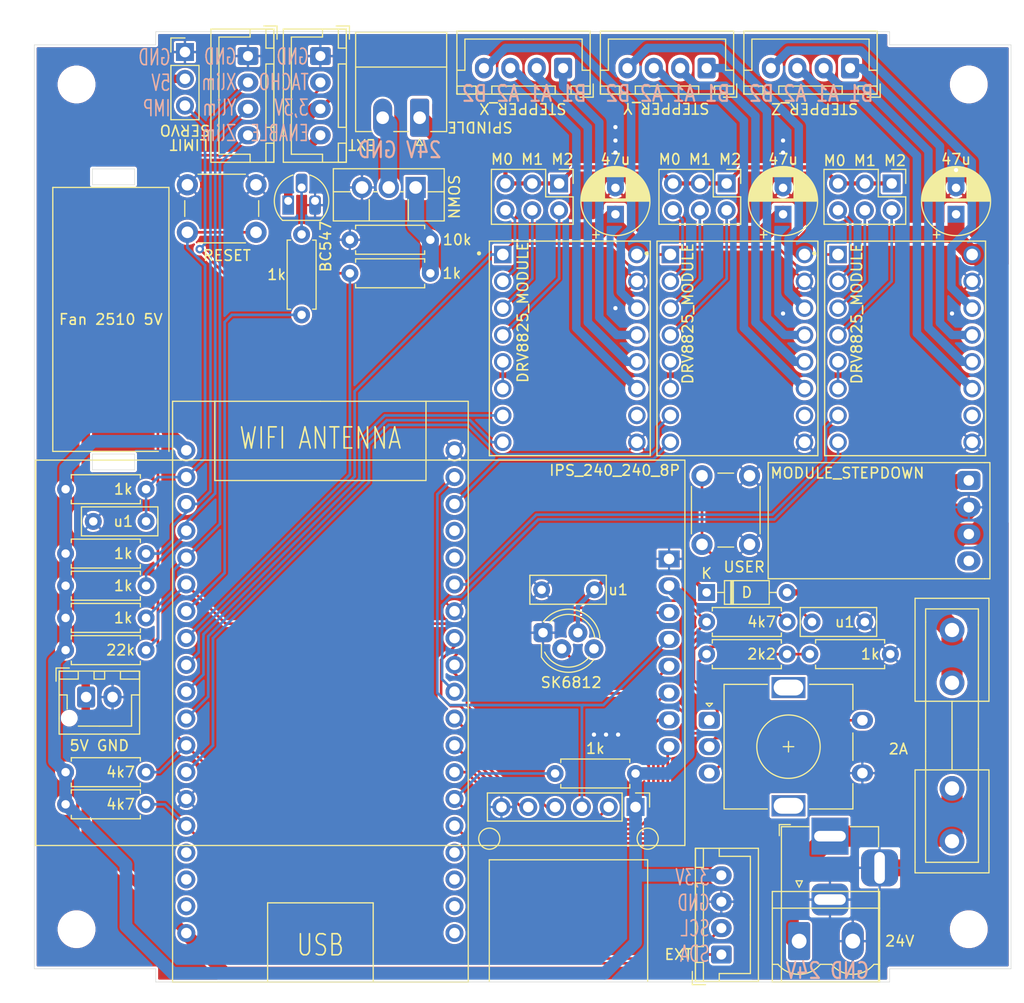
<source format=kicad_pcb>
(kicad_pcb (version 20171130) (host pcbnew "(5.1.8)-1")
  (layers (0 F.Cu signal hide) (31 B.Cu signal) (34 B.Paste user) (35 F.Paste user) (36 B.SilkS user hide) (37 F.SilkS user hide) (38 B.Mask user hide) (39 F.Mask user hide) (44 Edge.Cuts user))
  (net 0 "")
  (net 1 GND)
  (net 2 +3V3)
  (net 3 "Net-(Q2-Pad1)")
  (net 4 +5V)
  (net 5 SCL)
  (net 6 "Net-(C3-Pad2)")
  (net 7 +24V)
  (net 8 "Net-(U1-Pad10)")
  (net 9 "Net-(U1-Pad5)")
  (net 10 "Net-(U2-Pad16)")
  (net 11 "Net-(U3-Pad10)")
  (net 12 "Net-(U3-Pad5)")
  (net 13 "Net-(U4-Pad10)")
  (net 14 "Net-(U4-Pad5)")
  (net 15 "Net-(F1-Pad2)")
  (net 16 "Net-(J5-Pad2)")
  (net 17 STEP_ENABLE)
  (net 18 "Net-(J4-Pad2)")
  (net 19 "Net-(J4-Pad4)")
  (net 20 X_DIR)
  (net 21 X_STEP)
  (net 22 "Net-(J4-Pad6)")
  (net 23 "Net-(J9-Pad2)")
  (net 24 "Net-(J9-Pad4)")
  (net 25 Y_DIR)
  (net 26 Y_STEP)
  (net 27 "Net-(J9-Pad6)")
  (net 28 "Net-(J15-Pad2)")
  (net 29 "Net-(J15-Pad4)")
  (net 30 Z_DIR)
  (net 31 Z_STEP)
  (net 32 "Net-(J15-Pad6)")
  (net 33 MOSI)
  (net 34 SPINDLE_ENABLE)
  (net 35 "Net-(U2-Pad35)")
  (net 36 "Net-(U2-Pad34)")
  (net 37 MISO)
  (net 38 SCK)
  (net 39 X_LIMIT)
  (net 40 Z_LIMIT)
  (net 41 Y_LIMIT)
  (net 42 SPINDLE_PWM)
  (net 43 "Net-(U2-Pad22)")
  (net 44 "Net-(U2-Pad21)")
  (net 45 "Net-(U2-Pad20)")
  (net 46 "Net-(U2-Pad18)")
  (net 47 "Net-(U2-Pad17)")
  (net 48 PROBE)
  (net 49 "Net-(U5-Pad4)")
  (net 50 "Net-(D1-Pad4)")
  (net 51 SPINDLE_ENABLE_OUT)
  (net 52 "Net-(Q1-Pad2)")
  (net 53 /Z_B2)
  (net 54 /Z_A2)
  (net 55 /Z_A1)
  (net 56 /Z_B1)
  (net 57 /X_B2)
  (net 58 /X_A2)
  (net 59 /X_A1)
  (net 60 /X_B1)
  (net 61 /Y_B2)
  (net 62 /Y_A2)
  (net 63 /Y_A1)
  (net 64 /Y_B1)
  (net 65 SD_CS)
  (net 66 LCD_BLK)
  (net 67 LCD_CS)
  (net 68 LCD_DC)
  (net 69 LCD_RES)
  (net 70 IO0)
  (net 71 EN)
  (net 72 ROTENC)
  (net 73 "Net-(R7-Pad1)")
  (net 74 "Net-(R10-Pad2)")
  (module Package_TO_SOT_THT:TO-92_HandSolder (layer F.Cu) (at 74.295 65.024)
    (fp_text reference Q1 hide)
    (fp_text value BC547 (at 3.556 4.318 90) (layer F.SilkS))
    (pad 1 thru_hole rect (at 0 0) (size 1.1 1.8) (drill 0.75 (offset 0 0.4)) (layers *.Cu *.Mask) (net 51 SPINDLE_ENABLE_OUT))
    (pad 3 thru_hole roundrect (at 2.54 0) (size 1.1 1.8) (drill 0.75 (offset 0 0.4)) (layers *.Cu *.Mask) (net 1 GND))
    (pad 2 thru_hole roundrect (at 1.27 -1.27) (size 1.1 1.8) (drill 0.75 (offset 0 -0.4)) (layers *.Cu *.Mask) (net 52 "Net-(Q1-Pad2)"))
  )
  (module Resistor_THT:R_Axial_DIN0207_L6.3mm_D2.5mm_P7.62mm_Horizontal (layer F.Cu) (at 75.565 68.199 270)
    (fp_text reference R3 hide)
    (fp_text value 1k (at 3.81 2.37 180) (layer F.SilkS))
    (pad 2 thru_hole oval (at 7.62 0 270) (size 1.6 1.6) (drill 0.8) (layers *.Cu *.Mask) (net 34 SPINDLE_ENABLE))
    (pad 1 thru_hole circle (at 0 0 270) (size 1.6 1.6) (drill 0.8) (layers *.Cu *.Mask) (net 52 "Net-(Q1-Pad2)"))
  )
  (module liebler_OPTO:IPS_240_240_2.0 (layer F.Cu) (at 110.363 107.823 270)
    (fp_text reference U6 hide)
    (fp_text value IPS_240_240_8P (at -17.272 -1.143 180) (layer F.SilkS) (effects (justify right)))
    (pad 8 thru_hole oval (at 8.89 0 270) (size 1.6 2) (drill 1) (layers *.Cu *.Mask) (net 66 LCD_BLK))
    (pad 7 thru_hole oval (at 6.35 0 270) (size 1.6 2) (drill 1) (layers *.Cu *.Mask) (net 67 LCD_CS))
    (pad 6 thru_hole oval (at 3.81 0 270) (size 1.6 2) (drill 1) (layers *.Cu *.Mask) (net 68 LCD_DC))
    (pad 5 thru_hole oval (at 1.27 0 270) (size 1.6 2) (drill 1) (layers *.Cu *.Mask) (net 69 LCD_RES))
    (pad 4 thru_hole oval (at -1.27 0 270) (size 1.6 2) (drill 1) (layers *.Cu *.Mask) (net 33 MOSI))
    (pad 3 thru_hole oval (at -3.81 0 270) (size 1.6 2) (drill 1) (layers *.Cu *.Mask) (net 38 SCK))
    (pad 2 thru_hole oval (at -6.35 0 270) (size 1.6 2) (drill 1) (layers *.Cu *.Mask) (net 2 +3V3))
    (pad 1 thru_hole rect (at -8.89 0 270) (size 1.6 2) (drill 1) (layers *.Cu *.Mask) (net 1 GND))
  )
  (module Resistor_THT:R_Axial_DIN0207_L6.3mm_D2.5mm_P7.62mm_Horizontal (layer F.Cu) (at 131.318 107.95 180)
    (fp_text reference R10 hide)
    (fp_text value 1k (at 1.905 0) (layer F.SilkS))
    (pad 2 thru_hole oval (at 7.62 0 180) (size 1.6 1.6) (drill 0.8) (layers *.Cu *.Mask) (net 74 "Net-(R10-Pad2)"))
    (pad 1 thru_hole circle (at 0 0 180) (size 1.6 1.6) (drill 0.8) (layers *.Cu *.Mask) (net 1 GND))
  )
  (module Resistor_THT:R_Axial_DIN0207_L6.3mm_D2.5mm_P7.62mm_Horizontal (layer F.Cu) (at 53.213 107.569)
    (fp_text reference R9 hide)
    (fp_text value 22k (at 5.207 0) (layer F.SilkS))
    (pad 2 thru_hole oval (at 7.62 0) (size 1.6 1.6) (drill 0.8) (layers *.Cu *.Mask) (net 72 ROTENC))
    (pad 1 thru_hole circle (at 0 0) (size 1.6 1.6) (drill 0.8) (layers *.Cu *.Mask) (net 2 +3V3))
  )
  (module Resistor_THT:R_Axial_DIN0207_L6.3mm_D2.5mm_P7.62mm_Horizontal (layer F.Cu) (at 113.919 104.902)
    (fp_text reference R8 hide)
    (fp_text value 4k7 (at 5.207 0) (layer F.SilkS))
    (pad 2 thru_hole oval (at 7.62 0) (size 1.6 1.6) (drill 0.8) (layers *.Cu *.Mask) (net 73 "Net-(R7-Pad1)"))
    (pad 1 thru_hole circle (at 0 0) (size 1.6 1.6) (drill 0.8) (layers *.Cu *.Mask) (net 72 ROTENC))
  )
  (module Resistor_THT:R_Axial_DIN0207_L6.3mm_D2.5mm_P7.62mm_Horizontal (layer F.Cu) (at 113.919 107.95)
    (fp_text reference R7 hide)
    (fp_text value 2k2 (at 5.207 0) (layer F.SilkS))
    (pad 2 thru_hole oval (at 7.62 0) (size 1.6 1.6) (drill 0.8) (layers *.Cu *.Mask) (net 74 "Net-(R10-Pad2)"))
    (pad 1 thru_hole circle (at 0 0) (size 1.6 1.6) (drill 0.8) (layers *.Cu *.Mask) (net 73 "Net-(R7-Pad1)"))
  )
  (module Resistor_THT:R_Axial_DIN0207_L6.3mm_D2.5mm_P7.62mm_Horizontal (layer F.Cu) (at 60.833 104.521 180)
    (fp_text reference R6 hide)
    (fp_text value 1k (at 2.159 0) (layer F.SilkS))
    (pad 2 thru_hole oval (at 7.62 0 180) (size 1.6 1.6) (drill 0.8) (layers *.Cu *.Mask) (net 2 +3V3))
    (pad 1 thru_hole circle (at 0 0 180) (size 1.6 1.6) (drill 0.8) (layers *.Cu *.Mask) (net 40 Z_LIMIT))
  )
  (module Resistor_THT:R_Axial_DIN0207_L6.3mm_D2.5mm_P7.62mm_Horizontal (layer F.Cu) (at 60.833 101.473 180)
    (fp_text reference R5 hide)
    (fp_text value 1k (at 2.159 0) (layer F.SilkS))
    (pad 2 thru_hole oval (at 7.62 0 180) (size 1.6 1.6) (drill 0.8) (layers *.Cu *.Mask) (net 2 +3V3))
    (pad 1 thru_hole circle (at 0 0 180) (size 1.6 1.6) (drill 0.8) (layers *.Cu *.Mask) (net 41 Y_LIMIT))
  )
  (module Resistor_THT:R_Axial_DIN0207_L6.3mm_D2.5mm_P7.62mm_Horizontal (layer F.Cu) (at 60.833 98.425 180)
    (fp_text reference R4 hide)
    (fp_text value 1k (at 2.159 0) (layer F.SilkS))
    (pad 2 thru_hole oval (at 7.62 0 180) (size 1.6 1.6) (drill 0.8) (layers *.Cu *.Mask) (net 2 +3V3))
    (pad 1 thru_hole circle (at 0 0 180) (size 1.6 1.6) (drill 0.8) (layers *.Cu *.Mask) (net 39 X_LIMIT))
  )
  (module Resistor_THT:R_Axial_DIN0207_L6.3mm_D2.5mm_P7.62mm_Horizontal (layer F.Cu) (at 53.213 92.329)
    (fp_text reference R2 hide)
    (fp_text value 1k (at 5.461 0) (layer F.SilkS))
    (pad 2 thru_hole oval (at 7.62 0) (size 1.6 1.6) (drill 0.8) (layers *.Cu *.Mask) (net 71 EN))
    (pad 1 thru_hole circle (at 0 0) (size 1.6 1.6) (drill 0.8) (layers *.Cu *.Mask) (net 2 +3V3))
  )
  (module Capacitor_THT:C_Rect_L7.0mm_W2.5mm_P5.00mm (layer F.Cu) (at 60.833 95.377 180)
    (fp_text reference C6 hide)
    (fp_text value u1 (at 2.159 0) (layer F.SilkS))
    (pad 2 thru_hole circle (at 5 0 180) (size 1.6 1.6) (drill 0.8) (layers *.Cu *.Mask) (net 1 GND))
    (pad 1 thru_hole circle (at 0 0 180) (size 1.6 1.6) (drill 0.8) (layers *.Cu *.Mask) (net 71 EN))
  )
  (module Capacitor_THT:C_Rect_L7.0mm_W2.5mm_P5.00mm (layer F.Cu) (at 123.905 104.902)
    (fp_text reference C5 hide)
    (fp_text value u1 (at 3.095 0) (layer F.SilkS))
    (pad 2 thru_hole circle (at 5 0) (size 1.6 1.6) (drill 0.8) (layers *.Cu *.Mask) (net 1 GND))
    (pad 1 thru_hole circle (at 0 0) (size 1.6 1.6) (drill 0.8) (layers *.Cu *.Mask) (net 70 IO0))
  )
  (module liebler_MODULES:MODULE_microsd (layer F.Cu) (at 100.838 122.428 270)
    (fp_text reference M2 hide)
    (fp_text value MODULE_microsd hide)
    (pad 1 thru_hole rect (at 0 -6.35 270) (size 1.7 1.7) (drill 1) (layers *.Cu *.Mask) (net 2 +3V3))
    (pad 2 thru_hole oval (at 0 -3.81 270) (size 1.7 1.7) (drill 1) (layers *.Cu *.Mask) (net 65 SD_CS))
    (pad 3 thru_hole oval (at 0 -1.27 270) (size 1.7 1.7) (drill 1) (layers *.Cu *.Mask) (net 33 MOSI))
    (pad 4 thru_hole oval (at 0 1.27 270) (size 1.7 1.7) (drill 1) (layers *.Cu *.Mask) (net 38 SCK))
    (pad 5 thru_hole oval (at 0 3.81 270) (size 1.7 1.7) (drill 1) (layers *.Cu *.Mask) (net 37 MISO))
    (pad 6 thru_hole oval (at 0 6.35 270) (size 1.7 1.7) (drill 1) (layers *.Cu *.Mask) (net 1 GND))
  )
  (module liebler_MECH:Fuseholder5x20_horiz_open_inline_Type-I (layer F.Cu) (at 137.16 105.664 270)
    (fp_text reference F1 hide)
    (fp_text value 2A (at 11.27 5.08 180) (layer F.SilkS))
    (pad 1 thru_hole circle (at 0 0 270) (size 2.35 2.35) (drill 1.35) (layers *.Cu *.Mask) (net 7 +24V))
    (pad 1 thru_hole circle (at 5 0 270) (size 2.35 2.35) (drill 1.35) (layers *.Cu *.Mask) (net 7 +24V))
    (pad 2 thru_hole circle (at 20 0 270) (size 2.35 2.35) (drill 1.35) (layers *.Cu *.Mask) (net 15 "Net-(F1-Pad2)"))
    (pad 2 thru_hole circle (at 15 0 270) (size 2.35 2.35) (drill 1.35) (layers *.Cu *.Mask) (net 15 "Net-(F1-Pad2)"))
  )
  (module liebler_MECH:FAN_2510 (layer F.Cu) (at 58 76.25 90)
    (fp_text reference M3 hide)
    (fp_text value "Fan 2510 5V" (at 0 -0.5 180) (layer F.SilkS))
  )
  (module Diode_THT:D_DO-35_SOD27_P7.62mm_Horizontal (layer F.Cu) (at 113.919 102.108)
    (fp_text reference D4 hide)
    (fp_text value D (at 3.81 0) (layer F.SilkS))
    (fp_text user K (at 0 -1.8) (layer F.SilkS))
    (pad 2 thru_hole oval (at 7.62 0) (size 1.6 1.6) (drill 0.8) (layers *.Cu *.Mask) (net 4 +5V))
    (pad 1 thru_hole rect (at 0 0) (size 1.6 1.6) (drill 0.8) (layers *.Cu *.Mask) (net 6 "Net-(C3-Pad2)"))
  )
  (module Capacitor_THT:C_Rect_L7.0mm_W2.5mm_P5.00mm (layer F.Cu) (at 98.298 101.854)
    (fp_text reference C3 hide)
    (fp_text value u1 (at 7.239 0) (layer F.SilkS))
    (pad 2 thru_hole circle (at 5 0) (size 1.6 1.6) (drill 0.8) (layers *.Cu *.Mask) (net 6 "Net-(C3-Pad2)"))
    (pad 1 thru_hole circle (at 0 0) (size 1.6 1.6) (drill 0.8) (layers *.Cu *.Mask) (net 1 GND))
  )
  (module liebler_MECH:RotaryEncoder_Alps_EC11E-Switch_Vertical_H20mm (layer F.Cu) (at 121.673 116.713)
    (fp_text reference SW4 hide)
    (fp_text value Rotary_Encoder_Switch hide)
    (pad A thru_hole roundrect (at -7.5 -2.5) (size 2 1.6) (drill 1) (layers *.Cu *.Mask) (net 72 ROTENC))
    (pad C thru_hole oval (at -7.5 0) (size 2 1.6) (drill 1) (layers *.Cu *.Mask) (net 73 "Net-(R7-Pad1)"))
    (pad B thru_hole oval (at -7.5 2.5) (size 2 1.6) (drill 1) (layers *.Cu *.Mask) (net 74 "Net-(R10-Pad2)"))
    (pad MP thru_hole rect (at 0 -5.6) (size 3.2 2) (drill oval 2.8 1.5) (layers *.Cu *.Mask))
    (pad MP thru_hole rect (at 0 5.6) (size 3.2 2) (drill oval 2.8 1.5) (layers *.Cu *.Mask))
    (pad S2 thru_hole oval (at 7 -2.5) (size 2 1.6) (drill 1) (layers *.Cu *.Mask) (net 74 "Net-(R10-Pad2)"))
    (pad S1 thru_hole oval (at 7 2.5) (size 2 1.6) (drill 1) (layers *.Cu *.Mask) (net 1 GND))
  )
  (module Capacitor_THT:CP_Radial_D6.3mm_P2.50mm (layer F.Cu) (at 121.158 66.294 90)
    (fp_text reference C4 hide)
    (fp_text value 47u (at 5.207 0 180) (layer F.SilkS))
    (pad 2 thru_hole circle (at 2.5 0 90) (size 1.6 1.6) (drill 0.8) (layers *.Cu *.Mask) (net 1 GND))
    (pad 1 thru_hole rect (at 0 0 90) (size 1.6 1.6) (drill 0.8) (layers *.Cu *.Mask) (net 7 +24V))
  )
  (module Capacitor_THT:CP_Radial_D6.3mm_P2.50mm (layer F.Cu) (at 105.283 66.294 90)
    (fp_text reference C2 hide)
    (fp_text value 47u (at 5.207 0 180) (layer F.SilkS))
    (pad 2 thru_hole circle (at 2.5 0 90) (size 1.6 1.6) (drill 0.8) (layers *.Cu *.Mask) (net 1 GND))
    (pad 1 thru_hole rect (at 0 0 90) (size 1.6 1.6) (drill 0.8) (layers *.Cu *.Mask) (net 7 +24V))
  )
  (module Capacitor_THT:CP_Radial_D6.3mm_P2.50mm (layer F.Cu) (at 137.541 66.294 90)
    (fp_text reference C1 hide)
    (fp_text value 47u (at 5.207 0 180) (layer F.SilkS))
    (pad 2 thru_hole circle (at 2.5 0 90) (size 1.6 1.6) (drill 0.8) (layers *.Cu *.Mask) (net 1 GND))
    (pad 1 thru_hole rect (at 0 0 90) (size 1.6 1.6) (drill 0.8) (layers *.Cu *.Mask) (net 7 +24V))
  )
  (module Connector_JST:JST_XH_B4B-XH-A_1x04_P2.50mm_Vertical (layer F.Cu) (at 100.33 52.451 180)
    (fp_text reference J6 hide)
    (fp_text value STEPPER_X (at 3.81 -3.838 180 unlocked) (layer F.SilkS))
    (pad 4 thru_hole oval (at 7.5 0 180) (size 1.7 1.95) (drill 0.95) (layers *.Cu *.Mask) (net 57 /X_B2))
    (pad 3 thru_hole oval (at 5 0 180) (size 1.7 1.95) (drill 0.95) (layers *.Cu *.Mask) (net 58 /X_A2))
    (pad 2 thru_hole oval (at 2.5 0 180) (size 1.7 1.95) (drill 0.95) (layers *.Cu *.Mask) (net 59 /X_A1))
    (pad 1 thru_hole roundrect (at 0 0 180) (size 1.7 1.95) (drill 0.95) (layers *.Cu *.Mask) (roundrect_rratio 0.147059) (net 60 /X_B1))
  )
  (module Button_Switch_THT:SW_PUSH_6mm_H13mm (layer F.Cu) (at 64.747 63.5)
    (fp_text reference SW2 hide)
    (fp_text value RESET (at 3.75 6.7) (layer F.SilkS))
    (pad 1 thru_hole circle (at 6.5 0 90) (size 2 2) (drill 1.1) (layers *.Cu *.Mask) (net 1 GND))
    (pad 2 thru_hole circle (at 6.5 4.5 90) (size 2 2) (drill 1.1) (layers *.Cu *.Mask) (net 71 EN))
    (pad 1 thru_hole circle (at 0 0 90) (size 2 2) (drill 1.1) (layers *.Cu *.Mask) (net 1 GND))
    (pad 2 thru_hole circle (at 0 4.5 90) (size 2 2) (drill 1.1) (layers *.Cu *.Mask) (net 71 EN))
  )
  (module Button_Switch_THT:SW_PUSH_6mm_H13mm (layer F.Cu) (at 117.983 91.059 270)
    (fp_text reference SW1 hide)
    (fp_text value USER (at 8.636 0.508 180) (layer F.SilkS))
    (pad 1 thru_hole circle (at 6.5 0) (size 2 2) (drill 1.1) (layers *.Cu *.Mask) (net 1 GND))
    (pad 2 thru_hole circle (at 6.5 4.5) (size 2 2) (drill 1.1) (layers *.Cu *.Mask) (net 70 IO0))
    (pad 1 thru_hole circle (at 0 0) (size 2 2) (drill 1.1) (layers *.Cu *.Mask) (net 1 GND))
    (pad 2 thru_hole circle (at 0 4.5) (size 2 2) (drill 1.1) (layers *.Cu *.Mask) (net 70 IO0))
  )
  (module Resistor_THT:R_Axial_DIN0207_L6.3mm_D2.5mm_P7.62mm_Horizontal (layer F.Cu) (at 53.213 119.126)
    (fp_text reference R26 hide)
    (fp_text value 4k7 (at 5.207 0) (layer F.SilkS))
    (pad 2 thru_hole oval (at 7.62 0) (size 1.6 1.6) (drill 0.8) (layers *.Cu *.Mask) (net 5 SCL))
    (pad 1 thru_hole circle (at 0 0) (size 1.6 1.6) (drill 0.8) (layers *.Cu *.Mask) (net 2 +3V3))
  )
  (module Resistor_THT:R_Axial_DIN0207_L6.3mm_D2.5mm_P7.62mm_Horizontal (layer F.Cu) (at 53.213 122.174)
    (fp_text reference R25 hide)
    (fp_text value 4k7 (at 5.207 0) (layer F.SilkS))
    (pad 2 thru_hole oval (at 7.62 0) (size 1.6 1.6) (drill 0.8) (layers *.Cu *.Mask) (net 48 PROBE))
    (pad 1 thru_hole circle (at 0 0) (size 1.6 1.6) (drill 0.8) (layers *.Cu *.Mask) (net 2 +3V3))
  )
  (module Resistor_THT:R_Axial_DIN0207_L6.3mm_D2.5mm_P7.62mm_Horizontal (layer F.Cu) (at 87.757 68.707 180)
    (fp_text reference R15 hide)
    (fp_text value 10k (at -2.54 0) (layer F.SilkS))
    (pad 2 thru_hole oval (at 7.62 0 180) (size 1.6 1.6) (drill 0.8) (layers *.Cu *.Mask) (net 1 GND))
    (pad 1 thru_hole circle (at 0 0 180) (size 1.6 1.6) (drill 0.8) (layers *.Cu *.Mask) (net 3 "Net-(Q2-Pad1)"))
  )
  (module Resistor_THT:R_Axial_DIN0207_L6.3mm_D2.5mm_P7.62mm_Horizontal (layer F.Cu) (at 80.137 71.882)
    (fp_text reference R14 hide)
    (fp_text value 1k (at 9.652 0) (layer F.SilkS))
    (pad 2 thru_hole oval (at 7.62 0) (size 1.6 1.6) (drill 0.8) (layers *.Cu *.Mask) (net 3 "Net-(Q2-Pad1)"))
    (pad 1 thru_hole circle (at 0 0) (size 1.6 1.6) (drill 0.8) (layers *.Cu *.Mask) (net 42 SPINDLE_PWM))
  )
  (module Resistor_THT:R_Axial_DIN0207_L6.3mm_D2.5mm_P7.62mm_Horizontal (layer F.Cu) (at 107.188 119.253 180)
    (fp_text reference R1 hide)
    (fp_text value 1k (at 3.81 2.37) (layer F.SilkS))
    (pad 2 thru_hole oval (at 7.62 0 180) (size 1.6 1.6) (drill 0.8) (layers *.Cu *.Mask) (net 70 IO0))
    (pad 1 thru_hole circle (at 0 0 180) (size 1.6 1.6) (drill 0.8) (layers *.Cu *.Mask) (net 2 +3V3))
  )
  (module Connector_JST:JST_XH_B4B-XH-A_1x04_P2.50mm_Vertical (layer F.Cu) (at 77.343 51.308 270)
    (fp_text reference J7 hide)
    (fp_text value EXT (at 8.382 -3.937 180 unlocked) (layer F.SilkS))
    (pad 4 thru_hole oval (at 7.5 0 270) (size 1.7 1.95) (drill 0.95) (layers *.Cu *.Mask) (net 51 SPINDLE_ENABLE_OUT))
    (pad 3 thru_hole oval (at 5 0 270) (size 1.7 1.95) (drill 0.95) (layers *.Cu *.Mask) (net 2 +3V3))
    (pad 2 thru_hole oval (at 2.5 0 270) (size 1.7 1.95) (drill 0.95) (layers *.Cu *.Mask) (net 5 SCL))
    (pad 1 thru_hole roundrect (at 0 0 270) (size 1.7 1.95) (drill 0.95) (layers *.Cu *.Mask) (roundrect_rratio 0.147059) (net 1 GND))
  )
  (module Connector_Phoenix_MC:PhoenixContact_MC_1,5_2-G-3.5_1x02_P3.50mm_Horizontal (layer F.Cu) (at 86.741 57.15 180)
    (fp_text reference J5 hide)
    (fp_text value SPINDLE (at -5.715 -0.889 180 unlocked) (layer F.SilkS))
    (pad 2 thru_hole oval (at 3.5 0 180) (size 1.8 3.6) (drill 1.2) (layers *.Cu *.Mask) (net 16 "Net-(J5-Pad2)"))
    (pad 1 thru_hole roundrect (at 0 0 180) (size 1.8 3.6) (drill 1.2) (layers *.Cu *.Mask) (roundrect_rratio 0.138889) (net 7 +24V))
  )
  (module LED_THT:LED_D5.0mm-4_RGB_Staggered_Pins (layer F.Cu) (at 98.425 105.918)
    (fp_text reference D1 hide)
    (fp_text value SK6812 (at 2.667 4.722) (layer F.SilkS))
    (pad 1 thru_hole roundrect (at 0 0) (size 1.8 1.8) (drill 0.9) (layers *.Cu *.Mask) (net 1 GND))
    (pad 2 thru_hole circle (at 1.778 1.524) (size 1.8 1.8) (drill 0.9) (layers *.Cu *.Mask) (net 69 LCD_RES))
    (pad 3 thru_hole circle (at 3.302 0) (size 1.8 1.8) (drill 0.9) (layers *.Cu *.Mask) (net 6 "Net-(C3-Pad2)"))
    (pad 4 thru_hole circle (at 4.826 1.524) (size 1.8 1.8) (drill 0.9) (layers *.Cu *.Mask) (net 50 "Net-(D1-Pad4)"))
  )
  (module Connector_JST:JST_XH_B4B-XH-A_1x04_P2.50mm_Vertical (layer F.Cu) (at 115.316 136.398 90)
    (fp_text reference J1 hide)
    (fp_text value EXT (at 0 -4.064 180) (layer F.SilkS))
    (pad 4 thru_hole oval (at 7.5 0 90) (size 1.7 1.95) (drill 0.95) (layers *.Cu *.Mask) (net 2 +3V3))
    (pad 3 thru_hole oval (at 5 0 90) (size 1.7 1.95) (drill 0.95) (layers *.Cu *.Mask) (net 1 GND))
    (pad 2 thru_hole oval (at 2.5 0 90) (size 1.7 1.95) (drill 0.95) (layers *.Cu *.Mask) (net 5 SCL))
    (pad 1 thru_hole roundrect (at 0 0 90) (size 1.7 1.95) (drill 0.95) (layers *.Cu *.Mask) (roundrect_rratio 0.147059) (net 48 PROBE))
  )
  (module Connector_JST:JST_XH_B4B-XH-A_1x04_P2.50mm_Vertical (layer F.Cu) (at 70.485 51.308 270)
    (fp_text reference J18 hide)
    (fp_text value LIMIT (at 8.382 5.588 180 unlocked) (layer F.SilkS))
    (pad 4 thru_hole oval (at 7.5 0 270) (size 1.7 1.95) (drill 0.95) (layers *.Cu *.Mask) (net 40 Z_LIMIT))
    (pad 3 thru_hole oval (at 5 0 270) (size 1.7 1.95) (drill 0.95) (layers *.Cu *.Mask) (net 41 Y_LIMIT))
    (pad 2 thru_hole oval (at 2.5 0 270) (size 1.7 1.95) (drill 0.95) (layers *.Cu *.Mask) (net 39 X_LIMIT))
    (pad 1 thru_hole roundrect (at 0 0 270) (size 1.7 1.95) (drill 0.95) (layers *.Cu *.Mask) (roundrect_rratio 0.147059) (net 1 GND))
  )
  (module liebler_MODULES:MODULE_STEPDOWN (layer F.Cu) (at 138.75 95.31)
    (fp_text reference U5 hide)
    (fp_text value MODULE_STEPDOWN (at -11.496 -4.505) (layer F.SilkS))
    (pad 4 thru_hole oval (at 0 3.81) (size 2.2 1.8) (drill 1) (layers *.Cu *.Mask) (net 49 "Net-(U5-Pad4)"))
    (pad 3 thru_hole oval (at 0 1.27) (size 2.2 1.8) (drill 1) (layers *.Cu *.Mask) (net 7 +24V))
    (pad 2 thru_hole oval (at 0 -1.27) (size 2.2 1.8) (drill 1) (layers *.Cu *.Mask) (net 1 GND))
    (pad 1 thru_hole roundrect (at 0 -3.81) (size 2.2 1.8) (drill 1) (layers *.Cu *.Mask) (net 4 +5V))
  )
  (module liebler_MODULES:ESP32_DEVKITC_COMPATIBLE (layer F.Cu) (at 77.343 111.506)
    (fp_text reference U2 hide)
    (fp_text value ESP32_DEVKITC_COMPATIBLE hide)
    (fp_text user "WIFI ANTENNA" (at 0 -24) (layer F.SilkS) (effects (font (size 2 1.5))))
    (fp_text user USB (at 0 24) (layer F.SilkS) (effects (font (size 2 1.5))))
    (pad 38 thru_hole circle (at 12.7 -22.86) (size 1.7 1.7) (drill 1) (layers *.Cu *.Mask) (net 1 GND))
    (pad 37 thru_hole circle (at 12.7 -20.32) (size 1.7 1.7) (drill 1) (layers *.Cu *.Mask) (net 33 MOSI))
    (pad 36 thru_hole circle (at 12.7 -17.78) (size 1.7 1.7) (drill 1) (layers *.Cu *.Mask) (net 25 Y_DIR))
    (pad 35 thru_hole circle (at 12.7 -15.24) (size 1.7 1.7) (drill 1) (layers *.Cu *.Mask) (net 35 "Net-(U2-Pad35)"))
    (pad 34 thru_hole circle (at 12.7 -12.7) (size 1.7 1.7) (drill 1) (layers *.Cu *.Mask) (net 36 "Net-(U2-Pad34)"))
    (pad 33 thru_hole circle (at 12.7 -10.16) (size 1.7 1.7) (drill 1) (layers *.Cu *.Mask) (net 31 Z_STEP))
    (pad 32 thru_hole circle (at 12.7 -7.62) (size 1.7 1.7) (drill 1) (layers *.Cu *.Mask) (net 1 GND))
    (pad 31 thru_hole circle (at 12.7 -5.08) (size 1.7 1.7) (drill 1) (layers *.Cu *.Mask) (net 37 MISO))
    (pad 30 thru_hole circle (at 12.7 -2.54) (size 1.7 1.7) (drill 1) (layers *.Cu *.Mask) (net 38 SCK))
    (pad 29 thru_hole circle (at 12.7 0) (size 1.7 1.7) (drill 1) (layers *.Cu *.Mask) (net 30 Z_DIR))
    (pad 28 thru_hole circle (at 12.7 2.54) (size 1.7 1.7) (drill 1) (layers *.Cu *.Mask) (net 65 SD_CS))
    (pad 27 thru_hole circle (at 12.7 5.08) (size 1.7 1.7) (drill 1) (layers *.Cu *.Mask) (net 69 LCD_RES))
    (pad 26 thru_hole circle (at 12.7 7.62) (size 1.7 1.7) (drill 1) (layers *.Cu *.Mask) (net 68 LCD_DC))
    (pad 25 thru_hole circle (at 12.7 10.16) (size 1.7 1.7) (drill 1) (layers *.Cu *.Mask) (net 70 IO0))
    (pad 24 thru_hole circle (at 12.7 12.7) (size 1.7 1.7) (drill 1) (layers *.Cu *.Mask) (net 67 LCD_CS))
    (pad 23 thru_hole circle (at 12.7 15.24) (size 1.7 1.7) (drill 1) (layers *.Cu *.Mask) (net 66 LCD_BLK))
    (pad 22 thru_hole circle (at 12.7 17.78) (size 1.7 1.7) (drill 1) (layers *.Cu *.Mask) (net 43 "Net-(U2-Pad22)"))
    (pad 21 thru_hole circle (at 12.7 20.32) (size 1.7 1.7) (drill 1) (layers *.Cu *.Mask) (net 44 "Net-(U2-Pad21)"))
    (pad 20 thru_hole circle (at 12.7 22.86) (size 1.7 1.7) (drill 1) (layers *.Cu *.Mask) (net 45 "Net-(U2-Pad20)"))
    (pad 19 thru_hole circle (at -12.7 22.86) (size 1.7 1.7) (drill 1) (layers *.Cu *.Mask) (net 4 +5V))
    (pad 18 thru_hole circle (at -12.7 20.32) (size 1.7 1.7) (drill 1) (layers *.Cu *.Mask) (net 46 "Net-(U2-Pad18)"))
    (pad 17 thru_hole circle (at -12.7 17.78) (size 1.7 1.7) (drill 1) (layers *.Cu *.Mask) (net 47 "Net-(U2-Pad17)"))
    (pad 16 thru_hole circle (at -12.7 15.24) (size 1.7 1.7) (drill 1) (layers *.Cu *.Mask) (net 10 "Net-(U2-Pad16)"))
    (pad 15 thru_hole circle (at -12.7 12.7) (size 1.7 1.7) (drill 1) (layers *.Cu *.Mask) (net 48 PROBE))
    (pad 14 thru_hole circle (at -12.7 10.16) (size 1.7 1.7) (drill 1) (layers *.Cu *.Mask) (net 1 GND))
    (pad 13 thru_hole circle (at -12.7 7.62) (size 1.7 1.7) (drill 1) (layers *.Cu *.Mask) (net 26 Y_STEP))
    (pad 12 thru_hole circle (at -12.7 5.08) (size 1.7 1.7) (drill 1) (layers *.Cu *.Mask) (net 5 SCL))
    (pad 11 thru_hole circle (at -12.7 2.54) (size 1.7 1.7) (drill 1) (layers *.Cu *.Mask) (net 20 X_DIR))
    (pad 10 thru_hole circle (at -12.7 0) (size 1.7 1.7) (drill 1) (layers *.Cu *.Mask) (net 21 X_STEP))
    (pad 9 thru_hole circle (at -12.7 -2.54) (size 1.7 1.7) (drill 1) (layers *.Cu *.Mask) (net 17 STEP_ENABLE))
    (pad 8 thru_hole circle (at -12.7 -5.08) (size 1.7 1.7) (drill 1) (layers *.Cu *.Mask) (net 42 SPINDLE_PWM))
    (pad 7 thru_hole circle (at -12.7 -7.62) (size 1.7 1.7) (drill 1) (layers *.Cu *.Mask) (net 34 SPINDLE_ENABLE))
    (pad 6 thru_hole circle (at -12.7 -10.16) (size 1.7 1.7) (drill 1) (layers *.Cu *.Mask) (net 72 ROTENC))
    (pad 5 thru_hole circle (at -12.7 -12.7) (size 1.7 1.7) (drill 1) (layers *.Cu *.Mask) (net 40 Z_LIMIT))
    (pad 4 thru_hole circle (at -12.7 -15.24) (size 1.7 1.7) (drill 1) (layers *.Cu *.Mask) (net 41 Y_LIMIT))
    (pad 3 thru_hole circle (at -12.7 -17.78) (size 1.7 1.7) (drill 1) (layers *.Cu *.Mask) (net 39 X_LIMIT))
    (pad 2 thru_hole circle (at -12.7 -20.32) (size 1.7 1.7) (drill 1) (layers *.Cu *.Mask) (net 71 EN))
    (pad 1 thru_hole circle (at -12.7 -22.86) (size 1.7 1.7) (drill 1) (layers *.Cu *.Mask) (net 2 +3V3))
  )
  (module Connector_BarrelJack:BarrelJack_Horizontal (layer F.Cu) (at 125.603 125.191 90)
    (fp_text reference J2 hide)
    (fp_text value Barrel_Jack_Switch hide)
    (pad 3 thru_hole roundrect (at -3 4.7 90) (size 3.5 3.5) (drill oval 3 1) (layers *.Cu *.Mask) (net 1 GND))
    (pad 2 thru_hole roundrect (at -6 0 90) (size 3 3.5) (drill oval 1 3) (layers *.Cu *.Mask) (net 1 GND))
    (pad 1 thru_hole rect (at 0 0 90) (size 3.5 3.5) (drill oval 1 3) (layers *.Cu *.Mask) (net 15 "Net-(F1-Pad2)"))
  )
  (module Connector_PinHeader_2.54mm:PinHeader_1x03_P2.54mm_Vertical (layer F.Cu) (at 64.516 50.927)
    (fp_text reference J17 hide)
    (fp_text value SERVO (at 0 7.41 180 unlocked) (layer F.SilkS))
    (pad 3 thru_hole oval (at 0 5.08) (size 1.7 1.7) (drill 1) (layers *.Cu *.Mask) (net 42 SPINDLE_PWM))
    (pad 2 thru_hole oval (at 0 2.54) (size 1.7 1.7) (drill 1) (layers *.Cu *.Mask) (net 4 +5V))
    (pad 1 thru_hole rect (at 0 0) (size 1.7 1.7) (drill 1) (layers *.Cu *.Mask) (net 1 GND))
  )
  (module Connector_PinHeader_2.54mm:PinHeader_2x03_P2.54mm_Vertical (layer F.Cu) (at 131.445 63.373 270)
    (fp_text reference J15 hide)
    (fp_text value "M0 M1 M2" (at -2.159 2.54 180) (layer F.SilkS))
    (pad 6 thru_hole oval (at 2.54 5.08 270) (size 1.7 1.7) (drill 1) (layers *.Cu *.Mask) (net 32 "Net-(J15-Pad6)"))
    (pad 5 thru_hole oval (at 0 5.08 270) (size 1.7 1.7) (drill 1) (layers *.Cu *.Mask) (net 2 +3V3))
    (pad 4 thru_hole oval (at 2.54 2.54 270) (size 1.7 1.7) (drill 1) (layers *.Cu *.Mask) (net 29 "Net-(J15-Pad4)"))
    (pad 3 thru_hole oval (at 0 2.54 270) (size 1.7 1.7) (drill 1) (layers *.Cu *.Mask) (net 2 +3V3))
    (pad 2 thru_hole oval (at 2.54 0 270) (size 1.7 1.7) (drill 1) (layers *.Cu *.Mask) (net 28 "Net-(J15-Pad2)"))
    (pad 1 thru_hole rect (at 0 0 270) (size 1.7 1.7) (drill 1) (layers *.Cu *.Mask) (net 2 +3V3))
  )
  (module Connector_PinHeader_2.54mm:PinHeader_2x03_P2.54mm_Vertical (layer F.Cu) (at 115.818 63.373 270)
    (fp_text reference J9 hide)
    (fp_text value "M0 M1 M2" (at -2.286 2.534 180) (layer F.SilkS))
    (pad 6 thru_hole oval (at 2.54 5.08 270) (size 1.7 1.7) (drill 1) (layers *.Cu *.Mask) (net 27 "Net-(J9-Pad6)"))
    (pad 5 thru_hole oval (at 0 5.08 270) (size 1.7 1.7) (drill 1) (layers *.Cu *.Mask) (net 2 +3V3))
    (pad 4 thru_hole oval (at 2.54 2.54 270) (size 1.7 1.7) (drill 1) (layers *.Cu *.Mask) (net 24 "Net-(J9-Pad4)"))
    (pad 3 thru_hole oval (at 0 2.54 270) (size 1.7 1.7) (drill 1) (layers *.Cu *.Mask) (net 2 +3V3))
    (pad 2 thru_hole oval (at 2.54 0 270) (size 1.7 1.7) (drill 1) (layers *.Cu *.Mask) (net 23 "Net-(J9-Pad2)"))
    (pad 1 thru_hole rect (at 0 0 270) (size 1.7 1.7) (drill 1) (layers *.Cu *.Mask) (net 2 +3V3))
  )
  (module Connector_PinHeader_2.54mm:PinHeader_2x03_P2.54mm_Vertical (layer F.Cu) (at 99.949 63.373 270)
    (fp_text reference J4 hide)
    (fp_text value "M0 M1 M2" (at -2.286 2.54 180) (layer F.SilkS))
    (pad 6 thru_hole oval (at 2.54 5.08 270) (size 1.7 1.7) (drill 1) (layers *.Cu *.Mask) (net 22 "Net-(J4-Pad6)"))
    (pad 5 thru_hole oval (at 0 5.08 270) (size 1.7 1.7) (drill 1) (layers *.Cu *.Mask) (net 2 +3V3))
    (pad 4 thru_hole oval (at 2.54 2.54 270) (size 1.7 1.7) (drill 1) (layers *.Cu *.Mask) (net 19 "Net-(J4-Pad4)"))
    (pad 3 thru_hole oval (at 0 2.54 270) (size 1.7 1.7) (drill 1) (layers *.Cu *.Mask) (net 2 +3V3))
    (pad 2 thru_hole oval (at 2.54 0 270) (size 1.7 1.7) (drill 1) (layers *.Cu *.Mask) (net 18 "Net-(J4-Pad2)"))
    (pad 1 thru_hole rect (at 0 0 270) (size 1.7 1.7) (drill 1) (layers *.Cu *.Mask) (net 2 +3V3))
  )
  (module liebler_MODULES:IC_DRV8825_STEPPER_MOTOR_DRIVER_CARRIER (layer F.Cu) (at 132.715 78.994)
    (fp_text reference U4 hide)
    (fp_text value DRV8825_MODULE (at -4.572 -3.302 90) (layer F.SilkS))
    (pad 9 thru_hole circle (at 6.35 8.89) (size 1.65 1.65) (drill 1.1) (layers *.Cu *.Mask) (net 1 GND))
    (pad 10 thru_hole circle (at 6.35 6.35) (size 1.65 1.65) (drill 1.1) (layers *.Cu *.Mask) (net 13 "Net-(U4-Pad10)"))
    (pad 11 thru_hole circle (at 6.35 3.81) (size 1.65 1.65) (drill 1.1) (layers *.Cu *.Mask) (net 54 /Z_A2))
    (pad 12 thru_hole circle (at 6.35 1.27) (size 1.65 1.65) (drill 1.1) (layers *.Cu *.Mask) (net 55 /Z_A1))
    (pad 16 thru_hole circle (at 6.35 -8.89) (size 1.65 1.65) (drill 1.1) (layers *.Cu *.Mask) (net 7 +24V))
    (pad 15 thru_hole circle (at 6.35 -6.35) (size 1.65 1.65) (drill 1.1) (layers *.Cu *.Mask) (net 1 GND))
    (pad 14 thru_hole circle (at 6.35 -3.81) (size 1.65 1.65) (drill 1.1) (layers *.Cu *.Mask) (net 53 /Z_B2))
    (pad 1 thru_hole rect (at -6.35 -8.89) (size 1.65 1.65) (drill 1.1) (layers *.Cu *.Mask) (net 17 STEP_ENABLE))
    (pad 2 thru_hole circle (at -6.35 -6.35) (size 1.65 1.65) (drill 1.1) (layers *.Cu *.Mask) (net 32 "Net-(J15-Pad6)"))
    (pad 3 thru_hole circle (at -6.35 -3.81) (size 1.65 1.65) (drill 1.1) (layers *.Cu *.Mask) (net 29 "Net-(J15-Pad4)"))
    (pad 8 thru_hole circle (at -6.35 8.89) (size 1.65 1.65) (drill 1.1) (layers *.Cu *.Mask) (net 30 Z_DIR))
    (pad 7 thru_hole circle (at -6.35 6.35) (size 1.65 1.65) (drill 1.1) (layers *.Cu *.Mask) (net 31 Z_STEP))
    (pad 6 thru_hole circle (at -6.35 3.81) (size 1.65 1.65) (drill 1.1) (layers *.Cu *.Mask) (net 14 "Net-(U4-Pad5)"))
    (pad 5 thru_hole circle (at -6.35 1.27) (size 1.65 1.65) (drill 1.1) (layers *.Cu *.Mask) (net 14 "Net-(U4-Pad5)"))
    (pad 13 thru_hole circle (at 6.35 -1.27) (size 1.65 1.65) (drill 1.1) (layers *.Cu *.Mask) (net 56 /Z_B1))
    (pad 4 thru_hole circle (at -6.35 -1.27) (size 1.65 1.65) (drill 1.1) (layers *.Cu *.Mask) (net 28 "Net-(J15-Pad2)"))
  )
  (module liebler_MODULES:IC_DRV8825_STEPPER_MOTOR_DRIVER_CARRIER (layer F.Cu) (at 116.84 78.994)
    (fp_text reference U3 hide)
    (fp_text value DRV8825_MODULE (at -4.699 -3.302 90) (layer F.SilkS))
    (pad 9 thru_hole circle (at 6.35 8.89) (size 1.65 1.65) (drill 1.1) (layers *.Cu *.Mask) (net 1 GND))
    (pad 10 thru_hole circle (at 6.35 6.35) (size 1.65 1.65) (drill 1.1) (layers *.Cu *.Mask) (net 11 "Net-(U3-Pad10)"))
    (pad 11 thru_hole circle (at 6.35 3.81) (size 1.65 1.65) (drill 1.1) (layers *.Cu *.Mask) (net 62 /Y_A2))
    (pad 12 thru_hole circle (at 6.35 1.27) (size 1.65 1.65) (drill 1.1) (layers *.Cu *.Mask) (net 63 /Y_A1))
    (pad 16 thru_hole circle (at 6.35 -8.89) (size 1.65 1.65) (drill 1.1) (layers *.Cu *.Mask) (net 7 +24V))
    (pad 15 thru_hole circle (at 6.35 -6.35) (size 1.65 1.65) (drill 1.1) (layers *.Cu *.Mask) (net 1 GND))
    (pad 14 thru_hole circle (at 6.35 -3.81) (size 1.65 1.65) (drill 1.1) (layers *.Cu *.Mask) (net 61 /Y_B2))
    (pad 1 thru_hole rect (at -6.35 -8.89) (size 1.65 1.65) (drill 1.1) (layers *.Cu *.Mask) (net 17 STEP_ENABLE))
    (pad 2 thru_hole circle (at -6.35 -6.35) (size 1.65 1.65) (drill 1.1) (layers *.Cu *.Mask) (net 27 "Net-(J9-Pad6)"))
    (pad 3 thru_hole circle (at -6.35 -3.81) (size 1.65 1.65) (drill 1.1) (layers *.Cu *.Mask) (net 24 "Net-(J9-Pad4)"))
    (pad 8 thru_hole circle (at -6.35 8.89) (size 1.65 1.65) (drill 1.1) (layers *.Cu *.Mask) (net 25 Y_DIR))
    (pad 7 thru_hole circle (at -6.35 6.35) (size 1.65 1.65) (drill 1.1) (layers *.Cu *.Mask) (net 26 Y_STEP))
    (pad 6 thru_hole circle (at -6.35 3.81) (size 1.65 1.65) (drill 1.1) (layers *.Cu *.Mask) (net 12 "Net-(U3-Pad5)"))
    (pad 5 thru_hole circle (at -6.35 1.27) (size 1.65 1.65) (drill 1.1) (layers *.Cu *.Mask) (net 12 "Net-(U3-Pad5)"))
    (pad 13 thru_hole circle (at 6.35 -1.27) (size 1.65 1.65) (drill 1.1) (layers *.Cu *.Mask) (net 64 /Y_B1))
    (pad 4 thru_hole circle (at -6.35 -1.27) (size 1.65 1.65) (drill 1.1) (layers *.Cu *.Mask) (net 23 "Net-(J9-Pad2)"))
  )
  (module liebler_MODULES:IC_DRV8825_STEPPER_MOTOR_DRIVER_CARRIER (layer F.Cu) (at 100.965 78.994)
    (fp_text reference U1 hide)
    (fp_text value DRV8825_MODULE (at -4.445 -3.429 90) (layer F.SilkS))
    (pad 9 thru_hole circle (at 6.35 8.89) (size 1.65 1.65) (drill 1.1) (layers *.Cu *.Mask) (net 1 GND))
    (pad 10 thru_hole circle (at 6.35 6.35) (size 1.65 1.65) (drill 1.1) (layers *.Cu *.Mask) (net 8 "Net-(U1-Pad10)"))
    (pad 11 thru_hole circle (at 6.35 3.81) (size 1.65 1.65) (drill 1.1) (layers *.Cu *.Mask) (net 58 /X_A2))
    (pad 12 thru_hole circle (at 6.35 1.27) (size 1.65 1.65) (drill 1.1) (layers *.Cu *.Mask) (net 59 /X_A1))
    (pad 16 thru_hole circle (at 6.35 -8.89) (size 1.65 1.65) (drill 1.1) (layers *.Cu *.Mask) (net 7 +24V))
    (pad 15 thru_hole circle (at 6.35 -6.35) (size 1.65 1.65) (drill 1.1) (layers *.Cu *.Mask) (net 1 GND))
    (pad 14 thru_hole circle (at 6.35 -3.81) (size 1.65 1.65) (drill 1.1) (layers *.Cu *.Mask) (net 57 /X_B2))
    (pad 1 thru_hole rect (at -6.35 -8.89) (size 1.65 1.65) (drill 1.1) (layers *.Cu *.Mask) (net 17 STEP_ENABLE))
    (pad 2 thru_hole circle (at -6.35 -6.35) (size 1.65 1.65) (drill 1.1) (layers *.Cu *.Mask) (net 22 "Net-(J4-Pad6)"))
    (pad 3 thru_hole circle (at -6.35 -3.81) (size 1.65 1.65) (drill 1.1) (layers *.Cu *.Mask) (net 19 "Net-(J4-Pad4)"))
    (pad 8 thru_hole circle (at -6.35 8.89) (size 1.65 1.65) (drill 1.1) (layers *.Cu *.Mask) (net 20 X_DIR))
    (pad 7 thru_hole circle (at -6.35 6.35) (size 1.65 1.65) (drill 1.1) (layers *.Cu *.Mask) (net 21 X_STEP))
    (pad 6 thru_hole circle (at -6.35 3.81) (size 1.65 1.65) (drill 1.1) (layers *.Cu *.Mask) (net 9 "Net-(U1-Pad5)"))
    (pad 5 thru_hole circle (at -6.35 1.27) (size 1.65 1.65) (drill 1.1) (layers *.Cu *.Mask) (net 9 "Net-(U1-Pad5)"))
    (pad 13 thru_hole circle (at 6.35 -1.27) (size 1.65 1.65) (drill 1.1) (layers *.Cu *.Mask) (net 60 /X_B1))
    (pad 4 thru_hole circle (at -6.35 -1.27) (size 1.65 1.65) (drill 1.1) (layers *.Cu *.Mask) (net 18 "Net-(J4-Pad2)"))
  )
  (module Package_TO_SOT_THT:TO-220F-3_Vertical (layer F.Cu) (at 86.36 63.754 180)
    (fp_text reference Q2 hide)
    (fp_text value NMOS (at -3.683 -0.889 90) (layer F.SilkS))
    (pad 3 thru_hole oval (at 5.08 0 180) (size 1.905 2) (drill 1.2) (layers *.Cu *.Mask) (net 1 GND))
    (pad 2 thru_hole oval (at 2.54 0 180) (size 1.905 2) (drill 1.2) (layers *.Cu *.Mask) (net 16 "Net-(J5-Pad2)"))
    (pad 1 thru_hole rect (at 0 0 180) (size 1.905 2) (drill 1.2) (layers *.Cu *.Mask) (net 3 "Net-(Q2-Pad1)"))
  )
  (module Connector_JST:JST_XH_B2B-XH-AM_1x02_P2.50mm_Vertical (layer F.Cu) (at 55.158 112.014)
    (fp_text reference M1 hide)
    (fp_text value "5V GND" (at 1.25 4.6) (layer F.SilkS))
    (pad "" np_thru_hole circle (at -1.6 2) (size 1.2 1.2) (drill 1.2) (layers *.Cu *.Mask))
    (pad 2 thru_hole oval (at 2.5 0) (size 1.7 2) (drill 1) (layers *.Cu *.Mask) (net 1 GND))
    (pad 1 thru_hole roundrect (at 0 0) (size 1.7 2) (drill 1) (layers *.Cu *.Mask) (roundrect_rratio 0.147059) (net 4 +5V))
  )
  (module Connector_JST:JST_XH_B4B-XH-A_1x04_P2.50mm_Vertical (layer F.Cu) (at 113.919 52.451 180)
    (fp_text reference J14 hide)
    (fp_text value STEPPER_Y (at 3.81 -3.81 180 unlocked) (layer F.SilkS))
    (pad 4 thru_hole oval (at 7.5 0 180) (size 1.7 1.95) (drill 0.95) (layers *.Cu *.Mask) (net 61 /Y_B2))
    (pad 3 thru_hole oval (at 5 0 180) (size 1.7 1.95) (drill 0.95) (layers *.Cu *.Mask) (net 62 /Y_A2))
    (pad 2 thru_hole oval (at 2.5 0 180) (size 1.7 1.95) (drill 0.95) (layers *.Cu *.Mask) (net 63 /Y_A1))
    (pad 1 thru_hole roundrect (at 0 0 180) (size 1.7 1.95) (drill 0.95) (layers *.Cu *.Mask) (roundrect_rratio 0.147059) (net 64 /Y_B1))
  )
  (module liebler_CONN:PhoenixContact_MSTBV_2,5_2-G-5,08_1x02_P5.08mm_Vertical (layer F.Cu) (at 122.682 135.128)
    (fp_text reference J10 hide)
    (fp_text value 24V (at 9.525 0) (layer F.SilkS))
    (pad 2 thru_hole oval (at 5.08 0) (size 2.08 3.6) (drill 1.4) (layers *.Cu *.Mask) (net 1 GND))
    (pad 1 thru_hole roundrect (at 0 0) (size 2.08 3.6) (drill 1.4) (layers *.Cu *.Mask) (roundrect_rratio 0.120192) (net 15 "Net-(F1-Pad2)"))
  )
  (module Connector_JST:JST_XH_B4B-XH-A_1x04_P2.50mm_Vertical (layer F.Cu) (at 127.508 52.451 180)
    (fp_text reference J3 hide)
    (fp_text value STEPPER_Z (at 3.362 -3.838 180 unlocked) (layer F.SilkS))
    (pad 4 thru_hole oval (at 7.5 0 180) (size 1.7 1.95) (drill 0.95) (layers *.Cu *.Mask) (net 53 /Z_B2))
    (pad 3 thru_hole oval (at 5 0 180) (size 1.7 1.95) (drill 0.95) (layers *.Cu *.Mask) (net 54 /Z_A2))
    (pad 2 thru_hole oval (at 2.5 0 180) (size 1.7 1.95) (drill 0.95) (layers *.Cu *.Mask) (net 55 /Z_A1))
    (pad 1 thru_hole roundrect (at 0 0 180) (size 1.7 1.95) (drill 0.95) (layers *.Cu *.Mask) (roundrect_rratio 0.147059) (net 56 /Z_B1))
  )
  (module MountingHole:MountingHole_3.2mm_M3 (layer F.Cu) (at 54.25 134)
    (fp_text reference H4 hide)
    (fp_text value H hide)
    (pad 1 np_thru_hole circle (at 0 0) (size 3.2 3.2) (drill 3.2) (layers *.Cu *.Mask))
  )
  (module MountingHole:MountingHole_3.2mm_M3 (layer F.Cu) (at 138.75 134)
    (fp_text reference H3 hide)
    (fp_text value H hide)
    (pad 1 np_thru_hole circle (at 0 0) (size 3.2 3.2) (drill 3.2) (layers *.Cu *.Mask))
  )
  (module MountingHole:MountingHole_3.2mm_M3 (layer F.Cu) (at 54.25 54)
    (fp_text reference H2 hide)
    (fp_text value H hide)
    (pad 1 np_thru_hole circle (at 0 0) (size 3.2 3.2) (drill 3.2) (layers *.Cu *.Mask))
  )
  (module MountingHole:MountingHole_3.2mm_M3 (layer F.Cu) (at 138.75 54)
    (fp_text reference H1 hide)
    (fp_text value H hide)
    (pad 1 np_thru_hole circle (at 0 0) (size 3.2 3.2) (drill 3.2) (layers *.Cu *.Mask))
  )
  (gr_text "GND 24V" (at 125.349 137.922) (layer B.SilkS) (effects (font (size 1.5 1.2) (thickness 0.2)) (justify mirror)))
  (gr_text "3,3V\nGND\nSCL\nSDA" (at 114.3 132.715) (layer B.SilkS) (effects (font (size 1.5 1)) (justify left mirror)))
  (gr_text "GND\n5V\nIMP" (at 63.246 53.848) (layer B.SilkS) (effects (font (size 1.5 1)) (justify left mirror)))
  (gr_text "GND\nXlim\nYlim\nZlim" (at 69.469 54.991) (layer B.SilkS) (effects (font (size 1.5 1)) (justify left mirror)))
  (gr_text "GND\nTACHO\n3,3V\nENABLE" (at 76.327 54.991) (layer B.SilkS) (effects (font (size 1.5 1)) (justify left mirror)))
  (gr_text "24V GND" (at 84.836 60.198) (layer B.SilkS) (effects (font (size 1.5 1.2) (thickness 0.2)) (justify mirror)))
  (gr_text "B1 A1 A2 B2" (at 96.647 54.864) (layer B.SilkS) (effects (font (size 1.5 1.2) (thickness 0.2)) (justify mirror)))
  (gr_text "B1 A1 A2 B2" (at 110.236 54.864) (layer B.SilkS) (effects (font (size 1.5 1.2) (thickness 0.2)) (justify mirror)))
  (gr_text "B1 A1 A2 B2" (at 123.825 54.864) (layer B.SilkS) (effects (font (size 1.5 1.2) (thickness 0.2)) (justify mirror)))
  (gr_line (start 55.75 89) (end 59.75 89) (layer Edge.Cuts) (width 0.05))
  (gr_line (start 55.75 90.5) (end 55.75 89) (layer Edge.Cuts) (width 0.05))
  (gr_line (start 59.75 90.5) (end 55.75 90.5) (layer Edge.Cuts) (width 0.05))
  (gr_line (start 59.75 89) (end 59.75 90.5) (layer Edge.Cuts) (width 0.05))
  (gr_line (start 55.75 63.5) (end 59.75 63.5) (layer Edge.Cuts) (width 0.05))
  (gr_line (start 55.75 62) (end 55.75 63.5) (layer Edge.Cuts) (width 0.05))
  (gr_line (start 59.75 62) (end 55.75 62) (layer Edge.Cuts) (width 0.05))
  (gr_line (start 59.75 63.5) (end 59.75 62) (layer Edge.Cuts) (width 0.05))
  (gr_line (start 131.25 50.25) (end 142.75 50.25) (layer Edge.Cuts) (width 0.05))
  (gr_line (start 131.25 49) (end 131.25 50.25) (layer Edge.Cuts) (width 0.05))
  (gr_line (start 61.75 49) (end 131.25 49) (layer Edge.Cuts) (width 0.05))
  (gr_line (start 61.75 50.25) (end 61.75 49) (layer Edge.Cuts) (width 0.05))
  (gr_line (start 50.25 50.25) (end 61.75 50.25) (layer Edge.Cuts) (width 0.05))
  (gr_line (start 50.25 137.75) (end 50.25 50.25) (layer Edge.Cuts) (width 0.05))
  (gr_line (start 61.75 137.75) (end 50.25 137.75) (layer Edge.Cuts) (width 0.05))
  (gr_line (start 61.75 139) (end 61.75 137.75) (layer Edge.Cuts) (width 0.05))
  (gr_line (start 131.25 139) (end 61.75 139) (layer Edge.Cuts) (width 0.05))
  (gr_line (start 131.25 137.75) (end 131.25 139) (layer Edge.Cuts) (width 0.05))
  (gr_line (start 142.75 137.75) (end 131.25 137.75) (layer Edge.Cuts) (width 0.05))
  (gr_line (start 142.75 50.25) (end 142.75 137.75) (layer Edge.Cuts) (width 0.05))
  (via (at 103.251 115.57) (size 0.8) (drill 0.4) (layers F.Cu B.Cu) (net 1))
  (via (at 104.394 115.57) (size 0.8) (drill 0.4) (layers F.Cu B.Cu) (net 1))
  (via (at 105.537 115.57) (size 0.8) (drill 0.4) (layers F.Cu B.Cu) (net 1))
  (via (at 105.283 75.184) (size 0.8) (drill 0.4) (layers F.Cu B.Cu) (net 1))
  (via (at 121.158 75.692) (size 0.8) (drill 0.4) (layers F.Cu B.Cu) (net 1))
  (via (at 137.16 75.692) (size 0.8) (drill 0.4) (layers F.Cu B.Cu) (net 1))
  (via (at 105.283 60.452) (size 0.8) (drill 0.4) (layers F.Cu B.Cu) (net 1))
  (via (at 105.283 59.309) (size 0.8) (drill 0.4) (layers F.Cu B.Cu) (net 1))
  (via (at 105.283 58.039) (size 0.8) (drill 0.4) (layers F.Cu B.Cu) (net 1))
  (via (at 121.158 60.452) (size 0.8) (drill 0.4) (layers F.Cu B.Cu) (net 1))
  (via (at 121.158 59.309) (size 0.8) (drill 0.4) (layers F.Cu B.Cu) (net 1))
  (via (at 137.541 62.103) (size 0.8) (drill 0.4) (layers F.Cu B.Cu) (net 1))
  (segment (start 121.158 63.794) (end 121.158 60.452) (width 1.6) (layer B.Cu) (net 1))
  (segment (start 137.541 63.794) (end 137.541 62.103) (width 1.6) (layer B.Cu) (net 1))
  (segment (start 105.283 63.794) (end 105.283 60.452) (width 1.6) (layer B.Cu) (net 1))
  (segment (start 137.852002 128.191) (end 130.303 128.191) (width 1.6) (layer F.Cu) (net 1))
  (segment (start 139.335001 116.191203) (end 139.335001 126.708001) (width 1.6) (layer F.Cu) (net 1))
  (segment (start 134.894999 106.446999) (end 134.894999 111.751201) (width 1.6) (layer F.Cu) (net 1))
  (segment (start 133.894991 105.446991) (end 134.894999 106.446999) (width 1.6) (layer F.Cu) (net 1))
  (segment (start 133.894991 97.722148) (end 133.894991 105.446991) (width 1.6) (layer F.Cu) (net 1))
  (segment (start 137.127148 94.489991) (end 133.894991 97.722148) (width 1.6) (layer F.Cu) (net 1))
  (segment (start 138.55501 94.48999) (end 137.127148 94.489991) (width 1.6) (layer F.Cu) (net 1))
  (segment (start 134.894999 111.751201) (end 139.335001 116.191203) (width 1.6) (layer F.Cu) (net 1))
  (segment (start 138.75 94.295) (end 138.55501 94.48999) (width 1.6) (layer F.Cu) (net 1))
  (segment (start 139.335001 126.708001) (end 137.852002 128.191) (width 1.6) (layer F.Cu) (net 1))
  (segment (start 138.75 94.04) (end 138.75 94.295) (width 1.6) (layer F.Cu) (net 1))
  (segment (start 53.213 90.37026) (end 53.213 92.329) (width 1.2) (layer B.Cu) (net 2))
  (segment (start 55.787259 87.796001) (end 53.213 90.37026) (width 1.2) (layer B.Cu) (net 2))
  (segment (start 63.793001 87.796001) (end 55.787259 87.796001) (width 1.2) (layer B.Cu) (net 2))
  (segment (start 64.643 88.646) (end 63.793001 87.796001) (width 1.2) (layer B.Cu) (net 2))
  (segment (start 53.213 92.329) (end 53.213 104.521) (width 1.2) (layer B.Cu) (net 2))
  (segment (start 52.157999 118.070999) (end 53.213 119.126) (width 1.2) (layer B.Cu) (net 2))
  (segment (start 53.213 122.174) (end 53.213 119.126) (width 1.2) (layer B.Cu) (net 2))
  (segment (start 110.363 101.473) (end 112.16301 103.27301) (width 1.2) (layer B.Cu) (net 2))
  (segment (start 107.188 122.428) (end 107.061 122.428) (width 0.8) (layer B.Cu) (net 2))
  (segment (start 131.445 63.373) (end 126.365 63.373) (width 0.4) (layer F.Cu) (net 2))
  (segment (start 115.818 63.373) (end 110.738 63.373) (width 0.4) (layer F.Cu) (net 2))
  (segment (start 99.949 63.373) (end 94.869 63.373) (width 0.4) (layer F.Cu) (net 2))
  (segment (start 78.79101 54.85999) (end 77.343 56.308) (width 0.4) (layer F.Cu) (net 2))
  (segment (start 94.869 62.031466) (end 87.697524 54.85999) (width 0.4) (layer F.Cu) (net 2))
  (segment (start 87.697524 54.85999) (end 78.79101 54.85999) (width 0.4) (layer F.Cu) (net 2))
  (segment (start 94.869 63.373) (end 94.869 62.031466) (width 0.4) (layer F.Cu) (net 2))
  (segment (start 101.473 61.849) (end 99.949 63.373) (width 0.4) (layer F.Cu) (net 2))
  (segment (start 109.214 61.849) (end 101.473 61.849) (width 0.4) (layer F.Cu) (net 2))
  (segment (start 110.738 63.373) (end 109.214 61.849) (width 0.4) (layer F.Cu) (net 2))
  (segment (start 117.342 61.849) (end 115.818 63.373) (width 0.4) (layer F.Cu) (net 2))
  (segment (start 124.841 61.849) (end 117.342 61.849) (width 0.4) (layer F.Cu) (net 2))
  (segment (start 126.365 63.373) (end 124.841 61.849) (width 0.4) (layer F.Cu) (net 2))
  (segment (start 53.213 104.521) (end 53.213 107.569) (width 1.2) (layer B.Cu) (net 2))
  (segment (start 52.157999 108.624001) (end 53.213 107.569) (width 1.2) (layer B.Cu) (net 2))
  (segment (start 52.157999 112.355999) (end 52.157999 108.624001) (width 1.2) (layer B.Cu) (net 2))
  (segment (start 52.157999 112.355999) (end 52.157999 118.070999) (width 1.2) (layer B.Cu) (net 2))
  (segment (start 76.788 56.308) (end 77.343 56.308) (width 1.2) (layer F.Cu) (net 2))
  (segment (start 71.464989 61.631011) (end 76.788 56.308) (width 1.2) (layer F.Cu) (net 2))
  (segment (start 63.942011 61.631011) (end 71.464989 61.631011) (width 1.2) (layer F.Cu) (net 2))
  (segment (start 62.915999 86.918999) (end 62.915999 62.657023) (width 1.2) (layer F.Cu) (net 2))
  (segment (start 62.915999 62.657023) (end 63.942011 61.631011) (width 1.2) (layer F.Cu) (net 2))
  (segment (start 64.643 88.646) (end 62.915999 86.918999) (width 1.2) (layer F.Cu) (net 2))
  (segment (start 110.285755 119.253) (end 107.188 119.253) (width 1.2) (layer B.Cu) (net 2))
  (segment (start 112.16301 117.375745) (end 110.285755 119.253) (width 1.2) (layer B.Cu) (net 2))
  (segment (start 112.16301 114.65899) (end 112.16301 117.375745) (width 1.2) (layer B.Cu) (net 2))
  (segment (start 112.16301 103.27301) (end 112.16301 114.65899) (width 1.2) (layer B.Cu) (net 2))
  (segment (start 107.188 122.428) (end 107.188 119.253) (width 1.2) (layer B.Cu) (net 2))
  (segment (start 107.435 128.898) (end 107.188 128.651) (width 1.2) (layer B.Cu) (net 2))
  (segment (start 115.316 128.898) (end 107.435 128.898) (width 1.2) (layer B.Cu) (net 2))
  (segment (start 107.188 128.651) (end 107.188 122.428) (width 1.2) (layer B.Cu) (net 2))
  (segment (start 58.928 133.731) (end 58.928 127.889) (width 1.2) (layer B.Cu) (net 2))
  (segment (start 58.928 127.889) (end 53.213 122.174) (width 1.2) (layer B.Cu) (net 2))
  (segment (start 63.37199 138.17499) (end 58.928 133.731) (width 1.2) (layer B.Cu) (net 2))
  (segment (start 104.26801 138.17499) (end 63.37199 138.17499) (width 1.2) (layer B.Cu) (net 2))
  (segment (start 107.188 135.255) (end 104.26801 138.17499) (width 1.2) (layer B.Cu) (net 2))
  (segment (start 107.188 128.651) (end 107.188 135.255) (width 1.2) (layer B.Cu) (net 2))
  (segment (start 87.757 71.882) (end 87.757 68.707) (width 1.6) (layer B.Cu) (net 3))
  (segment (start 86.36 67.31) (end 87.757 68.707) (width 1.6) (layer B.Cu) (net 3))
  (segment (start 86.36 63.754) (end 86.36 67.31) (width 1.6) (layer B.Cu) (net 3))
  (segment (start 55.12499 61.655929) (end 63.313919 53.467) (width 0.8) (layer F.Cu) (net 4))
  (segment (start 63.313919 53.467) (end 64.516 53.467) (width 0.8) (layer F.Cu) (net 4))
  (segment (start 55.12499 94.013008) (end 55.12499 61.655929) (width 0.8) (layer F.Cu) (net 4))
  (segment (start 54.432999 94.704999) (end 55.12499 94.013008) (width 0.8) (layer F.Cu) (net 4))
  (segment (start 55.118 96.734002) (end 54.432999 96.049001) (width 0.8) (layer F.Cu) (net 4))
  (segment (start 54.432999 96.049001) (end 54.432999 94.704999) (width 0.8) (layer F.Cu) (net 4))
  (segment (start 55.118 124.841) (end 55.118 96.734002) (width 0.8) (layer F.Cu) (net 4))
  (segment (start 64.643 134.366) (end 55.118 124.841) (width 0.8) (layer F.Cu) (net 4))
  (segment (start 64.643 134.493) (end 64.643 134.366) (width 1.2) (layer F.Cu) (net 4))
  (segment (start 68.304022 138.154022) (end 64.643 134.493) (width 1.2) (layer F.Cu) (net 4))
  (segment (start 117.496978 138.154022) (end 68.304022 138.154022) (width 1.2) (layer F.Cu) (net 4))
  (segment (start 118.503999 118.322003) (end 118.503999 137.147001) (width 1.2) (layer F.Cu) (net 4))
  (segment (start 120.113002 116.713) (end 118.503999 118.322003) (width 1.2) (layer F.Cu) (net 4))
  (segment (start 132.918001 113.461999) (end 129.667 116.713) (width 1.2) (layer F.Cu) (net 4))
  (segment (start 132.294981 106.558979) (end 132.918001 107.181999) (width 1.2) (layer F.Cu) (net 4))
  (segment (start 132.918001 107.181999) (end 132.918001 113.461999) (width 1.2) (layer F.Cu) (net 4))
  (segment (start 137.65 91.5) (end 132.294981 96.855019) (width 1.2) (layer F.Cu) (net 4))
  (segment (start 118.503999 137.147001) (end 117.496978 138.154022) (width 1.2) (layer F.Cu) (net 4))
  (segment (start 129.667 116.713) (end 120.113002 116.713) (width 1.2) (layer F.Cu) (net 4))
  (segment (start 138.75 91.5) (end 137.65 91.5) (width 1.2) (layer F.Cu) (net 4))
  (segment (start 132.08 102.108) (end 132.294981 102.322981) (width 0.6) (layer F.Cu) (net 4))
  (segment (start 121.539 102.108) (end 132.08 102.108) (width 0.6) (layer F.Cu) (net 4))
  (segment (start 132.294981 102.322981) (end 132.294981 106.558979) (width 1.2) (layer F.Cu) (net 4))
  (segment (start 132.294981 96.855019) (end 132.294981 102.322981) (width 1.2) (layer F.Cu) (net 4))
  (segment (start 66.49001 118.43301) (end 64.643 116.586) (width 0.25) (layer F.Cu) (net 5))
  (segment (start 66.49001 134.30801) (end 66.49001 118.43301) (width 0.25) (layer F.Cu) (net 5))
  (segment (start 68.961 136.779) (end 66.49001 134.30801) (width 0.25) (layer F.Cu) (net 5))
  (segment (start 112.435 136.779) (end 68.961 136.779) (width 0.25) (layer F.Cu) (net 5))
  (segment (start 115.316 133.898) (end 112.435 136.779) (width 0.25) (layer F.Cu) (net 5))
  (segment (start 62.103 119.126) (end 64.643 116.586) (width 0.25) (layer B.Cu) (net 5))
  (segment (start 60.833 119.126) (end 62.103 119.126) (width 0.25) (layer B.Cu) (net 5))
  (segment (start 61.958001 113.901001) (end 64.643 116.586) (width 0.25) (layer F.Cu) (net 5))
  (segment (start 61.958001 62.247999) (end 61.958001 113.901001) (width 0.25) (layer F.Cu) (net 5))
  (segment (start 70.993 60.706) (end 63.5 60.706) (width 0.25) (layer F.Cu) (net 5))
  (segment (start 77.343 54.356) (end 70.993 60.706) (width 0.25) (layer F.Cu) (net 5))
  (segment (start 77.343 53.808) (end 77.343 54.356) (width 0.25) (layer F.Cu) (net 5))
  (segment (start 63.5 60.706) (end 61.958001 62.247999) (width 0.25) (layer F.Cu) (net 5))
  (segment (start 112.08399 100.27299) (end 104.87901 100.27299) (width 0.4) (layer F.Cu) (net 6))
  (segment (start 104.87901 100.27299) (end 103.298 101.854) (width 0.4) (layer F.Cu) (net 6))
  (segment (start 113.919 102.108) (end 112.08399 100.27299) (width 0.4) (layer F.Cu) (net 6))
  (segment (start 101.727 103.425) (end 103.298 101.854) (width 0.4) (layer B.Cu) (net 6))
  (segment (start 101.727 105.918) (end 101.727 103.425) (width 0.4) (layer B.Cu) (net 6))
  (segment (start 107.315 69.666998) (end 107.315 70.104) (width 1.6) (layer F.Cu) (net 7))
  (segment (start 119.263001 68.188999) (end 108.792999 68.188999) (width 1.6) (layer F.Cu) (net 7))
  (segment (start 108.792999 68.188999) (end 107.315 69.666998) (width 1.6) (layer F.Cu) (net 7))
  (segment (start 121.158 66.294) (end 119.263001 68.188999) (width 1.6) (layer F.Cu) (net 7))
  (segment (start 123.19 68.937274) (end 123.19 70.104) (width 1.6) (layer F.Cu) (net 7))
  (segment (start 123.938275 68.188999) (end 123.19 68.937274) (width 1.6) (layer F.Cu) (net 7))
  (segment (start 137.149999 68.188999) (end 123.938275 68.188999) (width 1.6) (layer F.Cu) (net 7))
  (segment (start 139.065 70.104) (end 137.149999 68.188999) (width 1.6) (layer F.Cu) (net 7))
  (segment (start 137.541 67.797998) (end 137.149999 68.188999) (width 1.6) (layer F.Cu) (net 7))
  (segment (start 137.541 66.294) (end 137.541 67.797998) (width 1.6) (layer F.Cu) (net 7))
  (segment (start 88.402501 62.317703) (end 88.402501 58.811501) (width 1.6) (layer F.Cu) (net 7))
  (segment (start 88.402501 58.811501) (end 86.741 57.15) (width 1.6) (layer F.Cu) (net 7))
  (segment (start 103.723999 67.853001) (end 93.937799 67.853001) (width 1.6) (layer F.Cu) (net 7))
  (segment (start 93.937799 67.853001) (end 88.402501 62.317703) (width 1.6) (layer F.Cu) (net 7))
  (segment (start 105.283 66.294) (end 103.723999 67.853001) (width 1.6) (layer F.Cu) (net 7))
  (segment (start 137.16 110.664) (end 137.16 105.664) (width 2) (layer F.Cu) (net 7))
  (segment (start 137.992859 96.58) (end 138.75 96.58) (width 2) (layer F.Cu) (net 7))
  (segment (start 135.985001 98.587858) (end 137.992859 96.58) (width 2) (layer F.Cu) (net 7))
  (segment (start 135.985001 104.489001) (end 135.985001 98.587858) (width 2) (layer F.Cu) (net 7))
  (segment (start 137.16 105.664) (end 135.985001 104.489001) (width 2) (layer F.Cu) (net 7))
  (segment (start 141.180001 71.628799) (end 139.655202 70.104) (width 2) (layer F.Cu) (net 7))
  (segment (start 141.180001 94.90714) (end 141.180001 71.628799) (width 2) (layer F.Cu) (net 7))
  (segment (start 139.655202 70.104) (end 139.065 70.104) (width 2) (layer F.Cu) (net 7))
  (segment (start 139.507141 96.58) (end 141.180001 94.90714) (width 2) (layer F.Cu) (net 7))
  (segment (start 138.75 96.58) (end 139.507141 96.58) (width 2) (layer F.Cu) (net 7))
  (segment (start 105.283 67.437) (end 105.283 66.294) (width 1.6) (layer F.Cu) (net 7))
  (segment (start 107.315 69.469) (end 105.283 67.437) (width 1.6) (layer F.Cu) (net 7))
  (segment (start 107.315 70.104) (end 107.315 69.469) (width 1.6) (layer F.Cu) (net 7))
  (segment (start 121.158 68.072) (end 121.158 66.294) (width 1.6) (layer F.Cu) (net 7))
  (segment (start 123.19 70.104) (end 121.158 68.072) (width 1.6) (layer F.Cu) (net 7))
  (segment (start 94.615 82.804) (end 94.615 80.264) (width 0.25) (layer B.Cu) (net 9))
  (segment (start 110.49 82.804) (end 110.49 80.264) (width 0.25) (layer B.Cu) (net 12))
  (segment (start 126.365 82.804) (end 126.365 80.264) (width 0.25) (layer B.Cu) (net 14))
  (segment (start 121.642 129.152) (end 125.603 125.191) (width 2) (layer F.Cu) (net 15))
  (segment (start 121.642 134.088) (end 121.642 129.152) (width 2) (layer F.Cu) (net 15))
  (segment (start 122.682 135.128) (end 121.642 134.088) (width 2) (layer F.Cu) (net 15))
  (segment (start 125.603 125.191) (end 132.633 125.191) (width 2) (layer F.Cu) (net 15))
  (segment (start 137.16 125.664) (end 137.16 120.664) (width 2) (layer F.Cu) (net 15))
  (segment (start 136.687 125.191) (end 137.16 125.664) (width 2) (layer F.Cu) (net 15))
  (segment (start 132.633 125.191) (end 136.687 125.191) (width 2) (layer F.Cu) (net 15))
  (segment (start 83.82 57.729) (end 83.241 57.15) (width 1.6) (layer B.Cu) (net 16))
  (segment (start 83.82 63.754) (end 83.82 57.729) (width 1.6) (layer B.Cu) (net 16))
  (segment (start 93.54 70.104) (end 94.615 70.104) (width 0.25) (layer B.Cu) (net 17))
  (segment (start 80.587011 83.056989) (end 93.54 70.104) (width 0.25) (layer B.Cu) (net 17))
  (segment (start 80.587011 91.118399) (end 80.587011 83.056989) (width 0.25) (layer B.Cu) (net 17))
  (segment (start 65.818001 105.887409) (end 80.587011 91.118399) (width 0.25) (layer B.Cu) (net 17))
  (segment (start 65.818001 107.790999) (end 65.818001 105.887409) (width 0.25) (layer B.Cu) (net 17))
  (segment (start 64.643 108.966) (end 65.818001 107.790999) (width 0.25) (layer B.Cu) (net 17))
  (segment (start 109.093 70.104) (end 110.49 70.104) (width 0.25) (layer F.Cu) (net 17))
  (segment (start 107.852999 71.344001) (end 109.093 70.104) (width 0.25) (layer F.Cu) (net 17))
  (segment (start 94.615 70.104) (end 94.615 69.977) (width 0.25) (layer F.Cu) (net 17))
  (segment (start 94.615 69.977) (end 95.523989 69.068011) (width 0.25) (layer F.Cu) (net 17))
  (segment (start 95.523989 69.068011) (end 105.136011 69.068011) (width 0.25) (layer F.Cu) (net 17))
  (segment (start 106.074999 70.641999) (end 106.777001 71.344001) (width 0.25) (layer F.Cu) (net 17))
  (segment (start 106.074999 70.006999) (end 106.074999 70.641999) (width 0.25) (layer F.Cu) (net 17))
  (segment (start 105.136011 69.068011) (end 106.074999 70.006999) (width 0.25) (layer F.Cu) (net 17))
  (segment (start 106.777001 71.344001) (end 107.852999 71.344001) (width 0.25) (layer F.Cu) (net 17))
  (segment (start 120.654807 69.404009) (end 122.594799 71.344001) (width 0.25) (layer F.Cu) (net 17))
  (segment (start 110.554991 69.404009) (end 120.654807 69.404009) (width 0.25) (layer F.Cu) (net 17))
  (segment (start 110.49 69.469) (end 110.554991 69.404009) (width 0.25) (layer F.Cu) (net 17))
  (segment (start 110.49 70.104) (end 110.49 69.469) (width 0.25) (layer F.Cu) (net 17))
  (segment (start 125.095 70.104) (end 123.854999 71.344001) (width 0.25) (layer F.Cu) (net 17))
  (segment (start 126.365 70.104) (end 125.095 70.104) (width 0.25) (layer F.Cu) (net 17))
  (segment (start 122.594799 71.344001) (end 123.854999 71.344001) (width 0.25) (layer F.Cu) (net 17))
  (segment (start 99.949 72.39) (end 99.949 65.913) (width 0.25) (layer B.Cu) (net 18))
  (segment (start 94.615 77.724) (end 99.949 72.39) (width 0.25) (layer B.Cu) (net 18))
  (segment (start 97.409 72.39) (end 97.409 65.913) (width 0.25) (layer B.Cu) (net 19))
  (segment (start 94.615 75.184) (end 97.409 72.39) (width 0.25) (layer B.Cu) (net 19))
  (segment (start 93.599 87.884) (end 94.615 87.884) (width 0.25) (layer B.Cu) (net 20))
  (segment (start 91.50901 85.79401) (end 93.599 87.884) (width 0.25) (layer B.Cu) (net 20))
  (segment (start 83.6254 85.79401) (end 91.50901 85.79401) (width 0.25) (layer B.Cu) (net 20))
  (segment (start 66.718021 106.260209) (end 81.487031 91.491199) (width 0.25) (layer B.Cu) (net 20))
  (segment (start 81.487031 91.491199) (end 81.487031 87.932379) (width 0.25) (layer B.Cu) (net 20))
  (segment (start 64.643 114.046) (end 66.718021 111.970979) (width 0.25) (layer B.Cu) (net 20))
  (segment (start 66.718021 111.970979) (end 66.718021 106.260209) (width 0.25) (layer B.Cu) (net 20))
  (segment (start 81.487031 87.932379) (end 83.6254 85.79401) (width 0.25) (layer B.Cu) (net 20))
  (segment (start 64.643 111.506) (end 66.268011 109.880989) (width 0.25) (layer B.Cu) (net 21))
  (segment (start 66.268011 109.880989) (end 66.268011 106.073809) (width 0.25) (layer B.Cu) (net 21))
  (segment (start 66.268011 106.073809) (end 81.037021 91.304799) (width 0.25) (layer B.Cu) (net 21))
  (segment (start 81.037021 91.304799) (end 81.037021 87.745979) (width 0.25) (layer B.Cu) (net 21))
  (segment (start 83.439 85.344) (end 94.615 85.344) (width 0.25) (layer B.Cu) (net 21))
  (segment (start 81.037021 87.745979) (end 83.439 85.344) (width 0.25) (layer B.Cu) (net 21))
  (segment (start 95.765001 66.809001) (end 94.869 65.913) (width 0.25) (layer B.Cu) (net 22))
  (segment (start 95.765001 71.493999) (end 95.765001 66.809001) (width 0.25) (layer B.Cu) (net 22))
  (segment (start 94.615 72.644) (end 95.765001 71.493999) (width 0.25) (layer B.Cu) (net 22))
  (segment (start 115.818 72.396) (end 115.818 65.913) (width 0.25) (layer B.Cu) (net 23))
  (segment (start 110.49 77.724) (end 115.818 72.396) (width 0.25) (layer B.Cu) (net 23))
  (segment (start 113.278 72.396) (end 113.278 65.913) (width 0.25) (layer B.Cu) (net 24))
  (segment (start 110.49 75.184) (end 113.278 72.396) (width 0.25) (layer B.Cu) (net 24))
  (segment (start 109.790008 88.585402) (end 108.891399 89.484011) (width 0.25) (layer B.Cu) (net 25))
  (segment (start 109.790009 88.456991) (end 109.790008 88.585402) (width 0.25) (layer B.Cu) (net 25))
  (segment (start 110.363 87.884) (end 109.790009 88.456991) (width 0.25) (layer B.Cu) (net 25))
  (segment (start 110.49 87.884) (end 110.363 87.884) (width 0.25) (layer B.Cu) (net 25))
  (segment (start 94.284989 89.484011) (end 90.043 93.726) (width 0.25) (layer B.Cu) (net 25))
  (segment (start 108.891399 89.484011) (end 94.284989 89.484011) (width 0.25) (layer B.Cu) (net 25))
  (segment (start 94.112591 89.034001) (end 108.704999 89.034001) (width 0.25) (layer B.Cu) (net 26))
  (segment (start 109.339999 88.399001) (end 109.339999 86.494001) (width 0.25) (layer B.Cu) (net 26))
  (segment (start 91.32261 86.24402) (end 94.112591 89.034001) (width 0.25) (layer B.Cu) (net 26))
  (segment (start 109.339999 86.494001) (end 110.49 85.344) (width 0.25) (layer B.Cu) (net 26))
  (segment (start 81.93704 88.11878) (end 83.8118 86.24402) (width 0.25) (layer B.Cu) (net 26))
  (segment (start 81.93704 91.6776) (end 81.93704 88.11878) (width 0.25) (layer B.Cu) (net 26))
  (segment (start 83.8118 86.24402) (end 91.32261 86.24402) (width 0.25) (layer B.Cu) (net 26))
  (segment (start 67.168032 106.446608) (end 81.93704 91.6776) (width 0.25) (layer B.Cu) (net 26))
  (segment (start 108.704999 89.034001) (end 109.339999 88.399001) (width 0.25) (layer B.Cu) (net 26))
  (segment (start 67.168031 116.600969) (end 67.168032 106.446608) (width 0.25) (layer B.Cu) (net 26))
  (segment (start 64.643 119.126) (end 67.168031 116.600969) (width 0.25) (layer B.Cu) (net 26))
  (segment (start 111.640001 66.815001) (end 110.738 65.913) (width 0.25) (layer B.Cu) (net 27))
  (segment (start 111.640001 71.493999) (end 111.640001 66.815001) (width 0.25) (layer B.Cu) (net 27))
  (segment (start 110.49 72.644) (end 111.640001 71.493999) (width 0.25) (layer B.Cu) (net 27))
  (segment (start 131.445 72.644) (end 126.365 77.724) (width 0.25) (layer B.Cu) (net 28))
  (segment (start 131.445 65.913) (end 131.445 72.644) (width 0.25) (layer B.Cu) (net 28))
  (segment (start 128.905 72.644) (end 126.365 75.184) (width 0.25) (layer B.Cu) (net 29))
  (segment (start 128.905 65.913) (end 128.905 72.644) (width 0.25) (layer B.Cu) (net 29))
  (segment (start 126.365 89.155411) (end 126.365 87.884) (width 0.25) (layer B.Cu) (net 30))
  (segment (start 88.867999 110.330999) (end 88.867999 103.321999) (width 0.25) (layer B.Cu) (net 30))
  (segment (start 120.3284 95.192011) (end 126.365 89.155411) (width 0.25) (layer B.Cu) (net 30))
  (segment (start 97.976399 95.192011) (end 120.3284 95.192011) (width 0.25) (layer B.Cu) (net 30))
  (segment (start 90.647409 102.521001) (end 97.976399 95.192011) (width 0.25) (layer B.Cu) (net 30))
  (segment (start 88.867999 103.321999) (end 89.668997 102.521001) (width 0.25) (layer B.Cu) (net 30))
  (segment (start 90.043 111.506) (end 88.867999 110.330999) (width 0.25) (layer B.Cu) (net 30))
  (segment (start 89.668997 102.521001) (end 90.647409 102.521001) (width 0.25) (layer B.Cu) (net 30))
  (segment (start 120.142 94.742) (end 97.79 94.742) (width 0.25) (layer B.Cu) (net 31))
  (segment (start 125.214999 89.669001) (end 120.142 94.742) (width 0.25) (layer B.Cu) (net 31))
  (segment (start 91.186 101.346) (end 90.043 101.346) (width 0.25) (layer B.Cu) (net 31))
  (segment (start 125.214999 86.494001) (end 125.214999 89.669001) (width 0.25) (layer B.Cu) (net 31))
  (segment (start 97.79 94.742) (end 91.186 101.346) (width 0.25) (layer B.Cu) (net 31))
  (segment (start 126.365 85.344) (end 125.214999 86.494001) (width 0.25) (layer B.Cu) (net 31))
  (segment (start 127.515001 71.493999) (end 126.365 72.644) (width 0.25) (layer B.Cu) (net 32))
  (segment (start 127.515001 67.063001) (end 127.515001 71.493999) (width 0.25) (layer B.Cu) (net 32))
  (segment (start 126.365 65.913) (end 127.515001 67.063001) (width 0.25) (layer B.Cu) (net 32))
  (segment (start 90.043 91.186) (end 88.417989 92.811011) (width 0.25) (layer B.Cu) (net 33))
  (segment (start 88.417989 92.811011) (end 88.417989 101.625989) (width 0.25) (layer B.Cu) (net 33))
  (segment (start 89.573998 112.776) (end 101.704 112.776) (width 0.25) (layer B.Cu) (net 33))
  (segment (start 88.417989 111.619991) (end 89.573998 112.776) (width 0.25) (layer B.Cu) (net 33))
  (segment (start 88.417989 101.625989) (end 88.417989 111.619991) (width 0.25) (layer B.Cu) (net 33))
  (segment (start 108.186 108.73) (end 110.363 106.553) (width 0.25) (layer B.Cu) (net 33))
  (segment (start 104.14 112.776) (end 108.186 108.73) (width 0.25) (layer B.Cu) (net 33))
  (segment (start 102.108 122.428) (end 102.108 112.903) (width 0.25) (layer B.Cu) (net 33))
  (segment (start 102.108 112.903) (end 102.235 112.776) (width 0.25) (layer B.Cu) (net 33))
  (segment (start 102.235 112.776) (end 104.14 112.776) (width 0.25) (layer B.Cu) (net 33))
  (segment (start 101.704 112.776) (end 102.235 112.776) (width 0.25) (layer B.Cu) (net 33))
  (segment (start 64.643 103.886) (end 68.279033 100.249967) (width 0.25) (layer B.Cu) (net 34))
  (segment (start 68.279033 100.249967) (end 68.279033 76.787965) (width 0.25) (layer B.Cu) (net 34))
  (segment (start 68.279033 76.787965) (end 68.279033 76.500967) (width 0.25) (layer B.Cu) (net 34))
  (segment (start 68.961 75.819) (end 75.565 75.819) (width 0.25) (layer B.Cu) (net 34))
  (segment (start 68.279033 76.500967) (end 68.961 75.819) (width 0.25) (layer B.Cu) (net 34))
  (segment (start 88.773 108.496998) (end 90.043 107.226998) (width 0.25) (layer F.Cu) (net 37))
  (segment (start 88.773 111.975002) (end 88.773 108.496998) (width 0.25) (layer F.Cu) (net 37))
  (segment (start 89.668997 112.870999) (end 88.773 111.975002) (width 0.25) (layer F.Cu) (net 37))
  (segment (start 90.043 107.226998) (end 90.043 106.426) (width 0.25) (layer F.Cu) (net 37))
  (segment (start 90.607001 112.870999) (end 89.668997 112.870999) (width 0.25) (layer F.Cu) (net 37))
  (segment (start 91.878989 114.142987) (end 90.607001 112.870999) (width 0.25) (layer F.Cu) (net 37))
  (segment (start 91.878989 117.950165) (end 91.878989 114.142987) (width 0.25) (layer F.Cu) (net 37))
  (segment (start 96.356824 122.428) (end 91.878989 117.950165) (width 0.25) (layer F.Cu) (net 37))
  (segment (start 97.028 122.428) (end 96.356824 122.428) (width 0.25) (layer F.Cu) (net 37))
  (segment (start 90.043 109.766998) (end 90.043 108.966) (width 0.25) (layer F.Cu) (net 38))
  (segment (start 91.218001 110.941999) (end 90.043 109.766998) (width 0.25) (layer F.Cu) (net 38))
  (segment (start 91.218001 112.808001) (end 91.218001 110.941999) (width 0.25) (layer F.Cu) (net 38))
  (segment (start 92.329 113.919) (end 91.218001 112.808001) (width 0.25) (layer F.Cu) (net 38))
  (segment (start 95.818234 121.252999) (end 92.329 117.763765) (width 0.25) (layer F.Cu) (net 38))
  (segment (start 97.592001 121.252999) (end 95.818234 121.252999) (width 0.25) (layer F.Cu) (net 38))
  (segment (start 98.767002 122.428) (end 97.592001 121.252999) (width 0.25) (layer F.Cu) (net 38))
  (segment (start 92.329 117.763765) (end 92.329 113.919) (width 0.25) (layer F.Cu) (net 38))
  (segment (start 99.568 122.428) (end 98.767002 122.428) (width 0.25) (layer F.Cu) (net 38))
  (segment (start 94.997411 104.013) (end 110.363 104.013) (width 0.25) (layer F.Cu) (net 38))
  (segment (start 93.499399 105.511011) (end 94.997411 104.013) (width 0.25) (layer F.Cu) (net 38))
  (segment (start 91.218001 105.885999) (end 91.592989 105.511011) (width 0.25) (layer F.Cu) (net 38))
  (segment (start 91.218001 106.990001) (end 91.218001 105.885999) (width 0.25) (layer F.Cu) (net 38))
  (segment (start 90.043 108.165002) (end 91.218001 106.990001) (width 0.25) (layer F.Cu) (net 38))
  (segment (start 91.592989 105.511011) (end 93.499399 105.511011) (width 0.25) (layer F.Cu) (net 38))
  (segment (start 90.043 108.966) (end 90.043 108.165002) (width 0.25) (layer F.Cu) (net 38))
  (segment (start 63.373 95.796998) (end 64.643 94.526998) (width 0.25) (layer B.Cu) (net 39))
  (segment (start 64.643 94.526998) (end 64.643 93.726) (width 0.25) (layer B.Cu) (net 39))
  (segment (start 63.373 97.155) (end 63.373 95.796998) (width 0.25) (layer B.Cu) (net 39))
  (segment (start 62.103 98.425) (end 63.373 97.155) (width 0.25) (layer B.Cu) (net 39))
  (segment (start 60.833 98.425) (end 62.103 98.425) (width 0.25) (layer B.Cu) (net 39))
  (segment (start 66.929 92.542592) (end 65.745592 93.726) (width 0.25) (layer B.Cu) (net 39))
  (segment (start 65.745592 93.726) (end 64.643 93.726) (width 0.25) (layer B.Cu) (net 39))
  (segment (start 66.929 57.364) (end 70.485 53.808) (width 0.25) (layer B.Cu) (net 39))
  (segment (start 66.929 61.468) (end 66.929 57.364) (width 0.25) (layer B.Cu) (net 39))
  (segment (start 66.929 61.468) (end 66.929 92.542592) (width 0.25) (layer B.Cu) (net 39))
  (segment (start 64.643 98.806) (end 67.829022 95.619978) (width 0.25) (layer B.Cu) (net 40))
  (segment (start 64.643 98.806) (end 63.435795 100.013205) (width 0.25) (layer B.Cu) (net 40))
  (segment (start 63.435795 101.916795) (end 62.28799 103.0646) (width 0.25) (layer B.Cu) (net 40))
  (segment (start 63.435795 100.013205) (end 63.435795 101.916795) (width 0.25) (layer B.Cu) (net 40))
  (segment (start 62.28799 103.06601) (end 60.833 104.521) (width 0.25) (layer B.Cu) (net 40))
  (segment (start 62.28799 103.0646) (end 62.28799 103.06601) (width 0.25) (layer B.Cu) (net 40))
  (segment (start 67.829022 61.463978) (end 70.485 58.808) (width 0.25) (layer B.Cu) (net 40))
  (segment (start 67.829022 63.638022) (end 67.829022 61.463978) (width 0.25) (layer B.Cu) (net 40))
  (segment (start 67.829022 95.619978) (end 67.829022 63.638022) (width 0.25) (layer B.Cu) (net 40))
  (segment (start 64.643 96.53163) (end 64.643 96.266) (width 0.25) (layer B.Cu) (net 41))
  (segment (start 60.833 100.34163) (end 64.643 96.53163) (width 0.25) (layer B.Cu) (net 41))
  (segment (start 60.833 101.473) (end 60.833 100.34163) (width 0.25) (layer B.Cu) (net 41))
  (segment (start 64.643 95.465002) (end 67.379011 92.728991) (width 0.25) (layer B.Cu) (net 41))
  (segment (start 64.643 96.266) (end 64.643 95.465002) (width 0.25) (layer B.Cu) (net 41))
  (segment (start 67.379011 61.410011) (end 67.379011 59.413989) (width 0.25) (layer B.Cu) (net 41))
  (segment (start 67.379011 92.728991) (end 67.379011 61.410011) (width 0.25) (layer B.Cu) (net 41))
  (segment (start 67.379011 59.413989) (end 70.485 56.308) (width 0.25) (layer B.Cu) (net 41))
  (segment (start 80.137 90.932) (end 80.137 71.882) (width 0.25) (layer B.Cu) (net 42))
  (segment (start 64.643 106.426) (end 80.137 90.932) (width 0.25) (layer B.Cu) (net 42))
  (via (at 65.91766 69.59134) (size 0.8) (drill 0.4) (layers F.Cu B.Cu) (net 42))
  (segment (start 66.421 69.088) (end 65.91766 69.59134) (width 0.25) (layer B.Cu) (net 42))
  (segment (start 80.137 71.882) (end 68.20832 71.882) (width 0.25) (layer F.Cu) (net 42))
  (segment (start 68.20832 71.882) (end 65.91766 69.59134) (width 0.25) (layer F.Cu) (net 42))
  (segment (start 66.421 57.912) (end 64.516 56.007) (width 0.25) (layer B.Cu) (net 42))
  (segment (start 66.421 59.309) (end 66.421 57.912) (width 0.25) (layer B.Cu) (net 42))
  (segment (start 66.421 59.309) (end 66.421 69.088) (width 0.25) (layer B.Cu) (net 42))
  (segment (start 62.611 122.174) (end 64.643 124.206) (width 0.25) (layer B.Cu) (net 48))
  (segment (start 60.833 122.174) (end 62.611 122.174) (width 0.25) (layer B.Cu) (net 48))
  (segment (start 66.039999 125.602999) (end 64.643 124.206) (width 0.25) (layer F.Cu) (net 48))
  (segment (start 66.039999 134.49441) (end 66.039999 125.602999) (width 0.25) (layer F.Cu) (net 48))
  (segment (start 68.7746 137.229011) (end 66.039999 134.49441) (width 0.25) (layer F.Cu) (net 48))
  (segment (start 112.621399 137.229011) (end 68.7746 137.229011) (width 0.25) (layer F.Cu) (net 48))
  (segment (start 113.45241 136.398) (end 112.621399 137.229011) (width 0.25) (layer F.Cu) (net 48))
  (segment (start 115.316 136.398) (end 113.45241 136.398) (width 0.25) (layer F.Cu) (net 48))
  (segment (start 74.295 61.856) (end 77.343 58.808) (width 0.8) (layer F.Cu) (net 51))
  (segment (start 74.295 64.643) (end 74.295 61.856) (width 0.8) (layer F.Cu) (net 51))
  (segment (start 74.295 61.856) (end 74.295 65.024) (width 0.8) (layer F.Cu) (net 51))
  (segment (start 75.565 68.199) (end 75.565 63.754) (width 0.25) (layer B.Cu) (net 52))
  (segment (start 137.10701 73.22601) (end 139.065 75.184) (width 0.8) (layer B.Cu) (net 53))
  (segment (start 137.10701 69.39499) (end 137.10701 73.22601) (width 0.8) (layer B.Cu) (net 53))
  (segment (start 139.031001 61.319623) (end 139.031001 67.470999) (width 0.8) (layer B.Cu) (net 53))
  (segment (start 139.031001 67.470999) (end 137.10701 69.39499) (width 0.8) (layer B.Cu) (net 53))
  (segment (start 128.497368 50.78599) (end 139.031001 61.319623) (width 0.8) (layer B.Cu) (net 53))
  (segment (start 121.67301 50.78599) (end 128.497368 50.78599) (width 0.8) (layer B.Cu) (net 53))
  (segment (start 120.008 52.451) (end 121.67301 50.78599) (width 0.8) (layer B.Cu) (net 53))
  (segment (start 122.682 52.451) (end 122.508 52.451) (width 0.8) (layer B.Cu) (net 54))
  (segment (start 125.43702 55.20602) (end 122.682 52.451) (width 0.8) (layer B.Cu) (net 54))
  (segment (start 133.83698 60.75012) (end 128.29288 55.20602) (width 0.8) (layer B.Cu) (net 54))
  (segment (start 128.29288 55.20602) (end 125.43702 55.20602) (width 0.8) (layer B.Cu) (net 54))
  (segment (start 133.83698 77.57598) (end 133.83698 60.75012) (width 0.8) (layer B.Cu) (net 54))
  (segment (start 139.065 82.804) (end 133.83698 77.57598) (width 0.8) (layer B.Cu) (net 54))
  (segment (start 125.008 52.605378) (end 125.008 52.451) (width 0.8) (layer B.Cu) (net 55))
  (segment (start 128.744376 54.11601) (end 126.518632 54.11601) (width 0.8) (layer B.Cu) (net 55))
  (segment (start 134.926989 77.032497) (end 134.926989 60.298623) (width 0.8) (layer B.Cu) (net 55))
  (segment (start 138.158492 80.264) (end 134.926989 77.032497) (width 0.8) (layer B.Cu) (net 55))
  (segment (start 126.518632 54.11601) (end 125.008 52.605378) (width 0.8) (layer B.Cu) (net 55))
  (segment (start 134.926989 60.298623) (end 128.744376 54.11601) (width 0.8) (layer B.Cu) (net 55))
  (segment (start 139.065 80.264) (end 138.158492 80.264) (width 0.8) (layer B.Cu) (net 55))
  (segment (start 128.620872 52.451) (end 127.508 52.451) (width 0.8) (layer B.Cu) (net 56))
  (segment (start 136.017 59.847128) (end 128.620872 52.451) (width 0.8) (layer B.Cu) (net 56))
  (segment (start 136.017 76.581) (end 136.017 59.847128) (width 0.8) (layer B.Cu) (net 56))
  (segment (start 137.16 77.724) (end 136.017 76.581) (width 0.8) (layer B.Cu) (net 56))
  (segment (start 139.065 77.724) (end 137.16 77.724) (width 0.8) (layer B.Cu) (net 56))
  (segment (start 94.87 50.546) (end 92.957 52.459) (width 0.8) (layer B.Cu) (net 57))
  (segment (start 106.773001 55.773001) (end 101.546 50.546) (width 0.8) (layer B.Cu) (net 57))
  (segment (start 101.546 50.546) (end 94.87 50.546) (width 0.8) (layer B.Cu) (net 57))
  (segment (start 106.773001 67.646001) (end 106.773001 55.773001) (width 0.8) (layer B.Cu) (net 57))
  (segment (start 105.791 68.628002) (end 106.773001 67.646001) (width 0.8) (layer B.Cu) (net 57))
  (segment (start 105.791 73.66) (end 105.791 68.628002) (width 0.8) (layer B.Cu) (net 57))
  (segment (start 107.315 75.184) (end 105.791 73.66) (width 0.8) (layer B.Cu) (net 57))
  (segment (start 107.315 82.804) (end 101.57898 77.06798) (width 0.8) (layer B.Cu) (net 58))
  (segment (start 101.57898 61.10802) (end 101.57898 58.502883) (width 0.8) (layer B.Cu) (net 58))
  (segment (start 101.57898 77.06798) (end 101.57898 61.10802) (width 0.8) (layer B.Cu) (net 58))
  (segment (start 95.527097 52.451) (end 95.33 52.451) (width 0.8) (layer B.Cu) (net 58))
  (segment (start 101.57898 58.502883) (end 95.527097 52.451) (width 0.8) (layer B.Cu) (net 58))
  (segment (start 97.83 53.212397) (end 97.83 52.451) (width 0.8) (layer B.Cu) (net 59))
  (segment (start 102.66899 58.051387) (end 97.83 53.212397) (width 0.8) (layer B.Cu) (net 59))
  (segment (start 106.408492 80.264) (end 102.668989 76.524497) (width 0.8) (layer B.Cu) (net 59))
  (segment (start 102.668989 76.524497) (end 102.66899 58.051387) (width 0.8) (layer B.Cu) (net 59))
  (segment (start 107.315 80.264) (end 106.408492 80.264) (width 0.8) (layer B.Cu) (net 59))
  (segment (start 105.41 77.724) (end 103.759 76.073) (width 0.8) (layer B.Cu) (net 60))
  (segment (start 107.315 77.724) (end 105.41 77.724) (width 0.8) (layer B.Cu) (net 60))
  (segment (start 103.759 60.071) (end 103.758998 57.599889) (width 0.8) (layer B.Cu) (net 60))
  (segment (start 103.759 76.073) (end 103.759 60.071) (width 0.8) (layer B.Cu) (net 60))
  (segment (start 100.33 54.170891) (end 100.33 52.451) (width 0.8) (layer B.Cu) (net 60))
  (segment (start 103.758998 57.599889) (end 100.33 54.170891) (width 0.8) (layer B.Cu) (net 60))
  (segment (start 106.419 52.451) (end 106.419 52.959) (width 0.8) (layer B.Cu) (net 61))
  (segment (start 108.324 50.546) (end 106.419 52.451) (width 0.8) (layer B.Cu) (net 61))
  (segment (start 115.189 50.546) (end 108.324 50.546) (width 0.8) (layer B.Cu) (net 61))
  (segment (start 122.648001 58.005001) (end 115.189 50.546) (width 0.8) (layer B.Cu) (net 61))
  (segment (start 122.648001 67.646001) (end 122.648001 58.005001) (width 0.8) (layer B.Cu) (net 61))
  (segment (start 121.674999 68.619003) (end 122.648001 67.646001) (width 0.8) (layer B.Cu) (net 61))
  (segment (start 121.674999 73.668999) (end 121.674999 68.619003) (width 0.8) (layer B.Cu) (net 61))
  (segment (start 123.19 75.184) (end 121.674999 73.668999) (width 0.8) (layer B.Cu) (net 61))
  (segment (start 123.19 82.804) (end 117.45398 77.06798) (width 0.8) (layer B.Cu) (net 62))
  (segment (start 117.45398 77.06798) (end 117.45398 57.4355) (width 0.8) (layer B.Cu) (net 62))
  (segment (start 117.45398 57.4355) (end 115.2245 55.20602) (width 0.8) (layer B.Cu) (net 62))
  (segment (start 111.871117 55.20602) (end 109.116097 52.451) (width 0.8) (layer B.Cu) (net 62))
  (segment (start 109.116097 52.451) (end 108.919 52.451) (width 0.8) (layer B.Cu) (net 62))
  (segment (start 115.2245 55.20602) (end 111.871117 55.20602) (width 0.8) (layer B.Cu) (net 62))
  (segment (start 111.419 52.605378) (end 111.419 52.451) (width 0.8) (layer B.Cu) (net 63))
  (segment (start 112.929632 54.11601) (end 111.419 52.605378) (width 0.8) (layer B.Cu) (net 63))
  (segment (start 115.675998 54.11601) (end 112.929632 54.11601) (width 0.8) (layer B.Cu) (net 63))
  (segment (start 118.543989 56.984003) (end 115.675998 54.11601) (width 0.8) (layer B.Cu) (net 63))
  (segment (start 118.543989 76.524497) (end 118.543989 56.984003) (width 0.8) (layer B.Cu) (net 63))
  (segment (start 122.283492 80.264) (end 118.543989 76.524497) (width 0.8) (layer B.Cu) (net 63))
  (segment (start 123.19 80.264) (end 122.283492 80.264) (width 0.8) (layer B.Cu) (net 63))
  (segment (start 115.552494 52.451) (end 113.919 52.451) (width 0.8) (layer B.Cu) (net 64))
  (segment (start 119.634 56.532506) (end 115.552494 52.451) (width 0.8) (layer B.Cu) (net 64))
  (segment (start 119.634 76.073) (end 119.634 56.532506) (width 0.8) (layer B.Cu) (net 64))
  (segment (start 121.285 77.724) (end 119.634 76.073) (width 0.8) (layer B.Cu) (net 64))
  (segment (start 123.19 77.724) (end 121.285 77.724) (width 0.8) (layer B.Cu) (net 64))
  (segment (start 90.043 114.046) (end 91.428978 115.431978) (width 0.25) (layer F.Cu) (net 65))
  (segment (start 91.428978 115.431978) (end 91.428978 118.136565) (width 0.25) (layer F.Cu) (net 65))
  (segment (start 91.428978 118.136565) (end 93.312999 120.020586) (width 0.25) (layer F.Cu) (net 65))
  (segment (start 93.927943 123.606945) (end 103.469055 123.606945) (width 0.25) (layer F.Cu) (net 65))
  (segment (start 93.312999 122.992001) (end 93.927943 123.606945) (width 0.25) (layer F.Cu) (net 65))
  (segment (start 103.469055 123.606945) (end 104.648 122.428) (width 0.25) (layer F.Cu) (net 65))
  (segment (start 93.312999 120.020586) (end 93.312999 122.992001) (width 0.25) (layer F.Cu) (net 65))
  (segment (start 110.236 124.206004) (end 110.236 118.866356) (width 0.25) (layer F.Cu) (net 66))
  (segment (start 108.585004 125.857) (end 110.236 124.206004) (width 0.25) (layer F.Cu) (net 66))
  (segment (start 90.932 125.857) (end 108.585004 125.857) (width 0.25) (layer F.Cu) (net 66))
  (segment (start 90.043 126.746) (end 90.932 125.857) (width 0.25) (layer F.Cu) (net 66))
  (segment (start 110.236 116.84) (end 110.363 116.713) (width 0.25) (layer F.Cu) (net 66))
  (segment (start 110.236 118.866356) (end 110.236 116.84) (width 0.25) (layer F.Cu) (net 66))
  (segment (start 109.347 114.173) (end 110.363 114.173) (width 0.25) (layer F.Cu) (net 67))
  (segment (start 109.03799 117.178994) (end 109.03799 114.48201) (width 0.25) (layer F.Cu) (net 67))
  (segment (start 109.03799 114.48201) (end 109.347 114.173) (width 0.25) (layer F.Cu) (net 67))
  (segment (start 109.785988 124.019605) (end 109.785988 117.926992) (width 0.25) (layer F.Cu) (net 67))
  (segment (start 108.398604 125.406989) (end 109.785988 124.019605) (width 0.25) (layer F.Cu) (net 67))
  (segment (start 109.785988 117.926992) (end 109.03799 117.178994) (width 0.25) (layer F.Cu) (net 67))
  (segment (start 91.243989 125.406989) (end 108.398604 125.406989) (width 0.25) (layer F.Cu) (net 67))
  (segment (start 90.043 124.206) (end 91.243989 125.406989) (width 0.25) (layer F.Cu) (net 67))
  (segment (start 92.412977 123.399567) (end 92.412977 120.393385) (width 0.25) (layer F.Cu) (net 68))
  (segment (start 108.025804 124.506967) (end 93.520376 124.506967) (width 0.25) (layer F.Cu) (net 68))
  (segment (start 108.885966 123.646805) (end 108.025804 124.506967) (width 0.25) (layer F.Cu) (net 68))
  (segment (start 108.885966 118.299791) (end 108.885966 123.646805) (width 0.25) (layer F.Cu) (net 68))
  (segment (start 92.412977 120.393385) (end 91.145592 119.126) (width 0.25) (layer F.Cu) (net 68))
  (segment (start 108.137968 117.551794) (end 108.885966 118.299791) (width 0.25) (layer F.Cu) (net 68))
  (segment (start 108.137968 113.604032) (end 108.137968 117.551794) (width 0.25) (layer F.Cu) (net 68))
  (segment (start 110.109 111.633) (end 108.137968 113.604032) (width 0.25) (layer F.Cu) (net 68))
  (segment (start 91.145592 119.126) (end 90.043 119.126) (width 0.25) (layer F.Cu) (net 68))
  (segment (start 93.520376 124.506967) (end 92.412977 123.399567) (width 0.25) (layer F.Cu) (net 68))
  (segment (start 110.363 111.633) (end 110.109 111.633) (width 0.25) (layer F.Cu) (net 68))
  (segment (start 107.787969 111.668031) (end 110.363 109.093) (width 0.25) (layer F.Cu) (net 69))
  (segment (start 104.429031 111.668031) (end 100.203 107.442) (width 0.25) (layer F.Cu) (net 69))
  (segment (start 107.787969 111.668031) (end 104.429031 111.668031) (width 0.25) (layer F.Cu) (net 69))
  (segment (start 107.839404 124.056956) (end 93.706776 124.056956) (width 0.25) (layer F.Cu) (net 69))
  (segment (start 93.706776 124.056956) (end 92.862988 123.213167) (width 0.25) (layer F.Cu) (net 69))
  (segment (start 108.435955 123.460405) (end 107.839404 124.056956) (width 0.25) (layer F.Cu) (net 69))
  (segment (start 90.978968 118.322965) (end 90.978968 117.521968) (width 0.25) (layer F.Cu) (net 69))
  (segment (start 108.435955 118.486192) (end 108.435955 123.460405) (width 0.25) (layer F.Cu) (net 69))
  (segment (start 92.862988 120.206986) (end 90.978968 118.322965) (width 0.25) (layer F.Cu) (net 69))
  (segment (start 92.862988 123.213167) (end 92.862988 120.206986) (width 0.25) (layer F.Cu) (net 69))
  (segment (start 107.687957 117.738194) (end 108.435955 118.486192) (width 0.25) (layer F.Cu) (net 69))
  (segment (start 107.687957 111.768043) (end 107.687957 117.738194) (width 0.25) (layer F.Cu) (net 69))
  (segment (start 90.978968 117.521968) (end 90.043 116.586) (width 0.25) (layer F.Cu) (net 69))
  (segment (start 107.787969 111.668031) (end 107.687957 111.768043) (width 0.25) (layer F.Cu) (net 69))
  (segment (start 113.483 97.559) (end 113.483 91.059) (width 0.25) (layer F.Cu) (net 70))
  (segment (start 115.824 105.41) (end 115.824 99.9) (width 0.25) (layer F.Cu) (net 70))
  (segment (start 113.411 106.807) (end 114.427 106.807) (width 0.25) (layer F.Cu) (net 70))
  (segment (start 112.718011 107.499989) (end 113.411 106.807) (width 0.25) (layer F.Cu) (net 70))
  (segment (start 112.718011 110.430601) (end 112.718011 107.499989) (width 0.25) (layer F.Cu) (net 70))
  (segment (start 114.427 106.807) (end 115.824 105.41) (width 0.25) (layer F.Cu) (net 70))
  (segment (start 115.697 113.40959) (end 112.718011 110.430601) (width 0.25) (layer F.Cu) (net 70))
  (segment (start 115.697 114.935) (end 115.697 113.40959) (width 0.25) (layer F.Cu) (net 70))
  (segment (start 90.043 121.666) (end 93.333976 124.956978) (width 0.25) (layer F.Cu) (net 70))
  (segment (start 111.125 112.903) (end 112.014 113.792) (width 0.25) (layer F.Cu) (net 70))
  (segment (start 93.333976 124.956978) (end 108.212204 124.956978) (width 0.25) (layer F.Cu) (net 70))
  (segment (start 108.212204 124.956978) (end 109.335977 123.833205) (width 0.25) (layer F.Cu) (net 70))
  (segment (start 115.824 99.9) (end 113.483 97.559) (width 0.25) (layer F.Cu) (net 70))
  (segment (start 109.335977 123.833205) (end 109.335977 118.113391) (width 0.25) (layer F.Cu) (net 70))
  (segment (start 109.335977 118.113391) (end 108.587979 117.365393) (width 0.25) (layer F.Cu) (net 70))
  (segment (start 108.587979 117.365393) (end 108.587979 113.916021) (width 0.25) (layer F.Cu) (net 70))
  (segment (start 109.601 112.903) (end 111.125 112.903) (width 0.25) (layer F.Cu) (net 70))
  (segment (start 112.014 113.792) (end 112.014 114.935) (width 0.25) (layer F.Cu) (net 70))
  (segment (start 112.014 114.935) (end 112.522 115.443) (width 0.25) (layer F.Cu) (net 70))
  (segment (start 112.522 115.443) (end 115.189 115.443) (width 0.25) (layer F.Cu) (net 70))
  (segment (start 108.587979 113.916021) (end 109.601 112.903) (width 0.25) (layer F.Cu) (net 70))
  (segment (start 115.189 115.443) (end 115.697 114.935) (width 0.25) (layer F.Cu) (net 70))
  (segment (start 122.779999 103.776999) (end 123.905 104.902) (width 0.25) (layer F.Cu) (net 70))
  (segment (start 117.457001 103.776999) (end 122.779999 103.776999) (width 0.25) (layer F.Cu) (net 70))
  (segment (start 115.824 105.41) (end 117.457001 103.776999) (width 0.25) (layer F.Cu) (net 70))
  (segment (start 92.456 119.253) (end 90.043 121.666) (width 0.25) (layer B.Cu) (net 70))
  (segment (start 99.568 119.253) (end 92.456 119.253) (width 0.25) (layer B.Cu) (net 70))
  (segment (start 61.976 91.186) (end 60.833 92.329) (width 0.25) (layer B.Cu) (net 71))
  (segment (start 64.643 91.186) (end 61.976 91.186) (width 0.25) (layer B.Cu) (net 71))
  (segment (start 64.747 68) (end 71.247 68) (width 0.25) (layer F.Cu) (net 71))
  (segment (start 60.833 95.377) (end 60.833 92.329) (width 0.25) (layer B.Cu) (net 71))
  (segment (start 66.421 71.12) (end 64.747 69.446) (width 0.25) (layer B.Cu) (net 71))
  (segment (start 66.421 89.408) (end 66.421 71.12) (width 0.25) (layer B.Cu) (net 71))
  (segment (start 64.643 91.186) (end 66.421 89.408) (width 0.25) (layer B.Cu) (net 71))
  (segment (start 64.747 69.446) (end 64.747 68) (width 0.25) (layer B.Cu) (net 71))
  (segment (start 93.312999 105.061001) (end 68.358001 105.061001) (width 0.25) (layer F.Cu) (net 72))
  (segment (start 94.81101 103.56299) (end 93.312999 105.061001) (width 0.25) (layer F.Cu) (net 72))
  (segment (start 108.90801 103.56299) (end 94.81101 103.56299) (width 0.25) (layer F.Cu) (net 72))
  (segment (start 109.58301 102.88799) (end 108.90801 103.56299) (width 0.25) (layer F.Cu) (net 72))
  (segment (start 111.90499 102.88799) (end 109.58301 102.88799) (width 0.25) (layer F.Cu) (net 72))
  (segment (start 113.919 104.902) (end 111.90499 102.88799) (width 0.25) (layer F.Cu) (net 72))
  (segment (start 68.358001 105.061001) (end 64.643 101.346) (width 0.25) (layer F.Cu) (net 72))
  (segment (start 60.833 107.569) (end 61.976 106.426) (width 0.25) (layer B.Cu) (net 72))
  (segment (start 62.9285 103.06191) (end 62.9285 103.0605) (width 0.25) (layer B.Cu) (net 72))
  (segment (start 61.976 104.01441) (end 62.9285 103.06191) (width 0.25) (layer B.Cu) (net 72))
  (segment (start 61.976 106.426) (end 61.976 104.01441) (width 0.25) (layer B.Cu) (net 72))
  (segment (start 62.9285 103.0605) (end 64.643 101.346) (width 0.25) (layer B.Cu) (net 72))
  (segment (start 112.268 110.617) (end 112.268 106.553) (width 0.25) (layer F.Cu) (net 72))
  (segment (start 114.935 113.284) (end 112.268 110.617) (width 0.25) (layer F.Cu) (net 72))
  (segment (start 114.935 113.538) (end 114.935 113.284) (width 0.25) (layer F.Cu) (net 72))
  (segment (start 114.26 114.213) (end 114.935 113.538) (width 0.25) (layer F.Cu) (net 72))
  (segment (start 112.268 106.553) (end 113.919 104.902) (width 0.25) (layer F.Cu) (net 72))
  (segment (start 114.173 114.213) (end 114.26 114.213) (width 0.25) (layer F.Cu) (net 72))
  (segment (start 113.168021 108.700979) (end 113.919 107.95) (width 0.25) (layer F.Cu) (net 73))
  (segment (start 113.168021 110.244201) (end 113.168021 108.700979) (width 0.25) (layer F.Cu) (net 73))
  (segment (start 116.147009 113.223189) (end 113.168021 110.244201) (width 0.25) (layer F.Cu) (net 73))
  (segment (start 116.147011 115.121399) (end 116.147011 113.607011) (width 0.25) (layer F.Cu) (net 73))
  (segment (start 115.375401 115.893009) (end 116.147011 115.121399) (width 0.25) (layer F.Cu) (net 73))
  (segment (start 114.73899 115.89301) (end 115.375401 115.893009) (width 0.25) (layer F.Cu) (net 73))
  (segment (start 116.147011 113.607011) (end 116.147009 113.223189) (width 0.25) (layer F.Cu) (net 73))
  (segment (start 114.173 116.459) (end 114.73899 115.89301) (width 0.25) (layer F.Cu) (net 73))
  (segment (start 114.173 116.713) (end 114.173 116.459) (width 0.25) (layer F.Cu) (net 73))
  (segment (start 114.613401 107.257009) (end 117.643401 104.227009) (width 0.25) (layer F.Cu) (net 73))
  (segment (start 114.23099 107.25701) (end 114.613401 107.257009) (width 0.25) (layer F.Cu) (net 73))
  (segment (start 113.919 107.569) (end 114.23099 107.25701) (width 0.25) (layer F.Cu) (net 73))
  (segment (start 113.919 107.95) (end 113.919 107.569) (width 0.25) (layer F.Cu) (net 73))
  (segment (start 120.864009 104.227009) (end 121.539 104.902) (width 0.25) (layer F.Cu) (net 73))
  (segment (start 117.643401 104.227009) (end 120.864009 104.227009) (width 0.25) (layer F.Cu) (net 73))
  (segment (start 123.698 107.95) (end 121.539 107.95) (width 0.25) (layer F.Cu) (net 74))
  (segment (start 118.464004 108.611996) (end 119.126 107.95) (width 0.25) (layer F.Cu) (net 74))
  (segment (start 119.126 107.95) (end 121.539 107.95) (width 0.25) (layer F.Cu) (net 74))
  (segment (start 118.464004 114.213) (end 118.464004 108.611996) (width 0.25) (layer F.Cu) (net 74))
  (segment (start 114.467 119.213) (end 114.173 119.213) (width 0.25) (layer F.Cu) (net 74))
  (segment (start 118.464004 115.215996) (end 114.467 119.213) (width 0.25) (layer F.Cu) (net 74))
  (segment (start 118.464004 114.213) (end 118.464004 115.215996) (width 0.25) (layer F.Cu) (net 74))
  (segment (start 128.673 114.213) (end 118.464004 114.213) (width 0.25) (layer F.Cu) (net 74))
  (zone (net 1) (net_name GND) (layer B.Cu) (connect_pads (clearance 0.2)) (min_thickness 0.2) (fill yes (arc_segments 32) (thermal_gap 0.2) (thermal_bridge_width 0.21))
    (polygon (pts (xy 144 141) (xy 47 141) (xy 47 46) (xy 144 46)))
  )
  (zone (net 1) (net_name GND) (layer F.Cu) (connect_pads (clearance 0.2)) (min_thickness 0.2) (fill yes (arc_segments 32) (thermal_gap 0.2) (thermal_bridge_width 0.21))
    (polygon (pts (xy 145 142) (xy 45 142) (xy 45 46) (xy 145 46)))
  )
)
</source>
